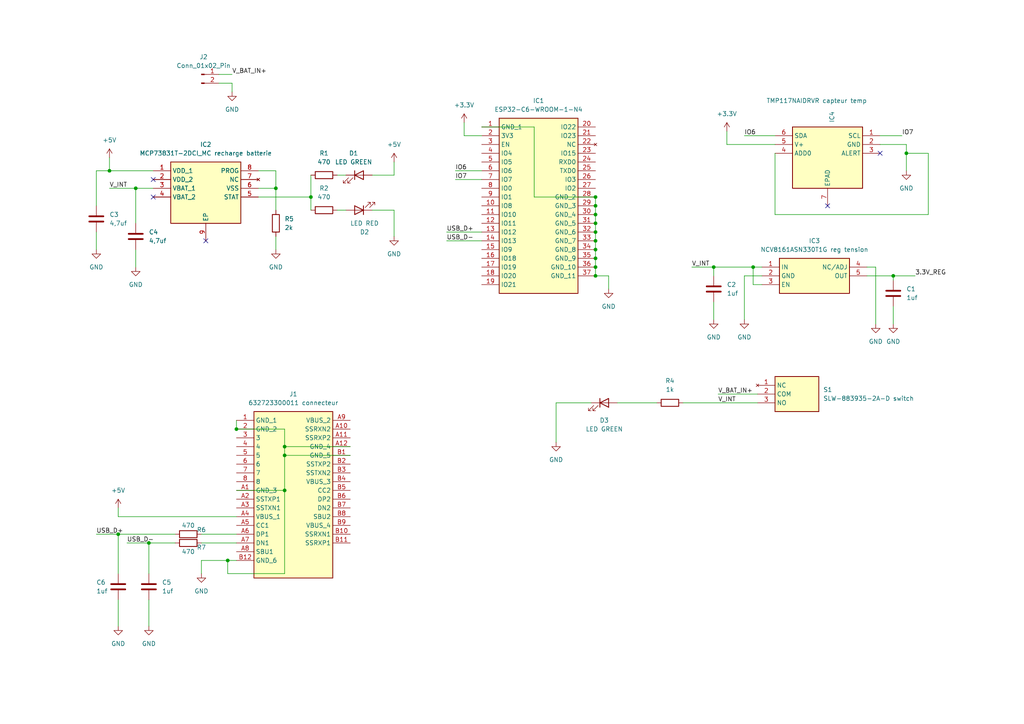
<source format=kicad_sch>
(kicad_sch (version 20230121) (generator eeschema)

  (uuid 4e8477a5-5971-4f96-9789-ccd24fb0890d)

  (paper "A4")

  (lib_symbols
    (symbol "Connector:Conn_01x02_Pin" (pin_names (offset 1.016) hide) (in_bom yes) (on_board yes)
      (property "Reference" "J" (at 0 2.54 0)
        (effects (font (size 1.27 1.27)))
      )
      (property "Value" "Conn_01x02_Pin" (at 0 -5.08 0)
        (effects (font (size 1.27 1.27)))
      )
      (property "Footprint" "" (at 0 0 0)
        (effects (font (size 1.27 1.27)) hide)
      )
      (property "Datasheet" "~" (at 0 0 0)
        (effects (font (size 1.27 1.27)) hide)
      )
      (property "ki_locked" "" (at 0 0 0)
        (effects (font (size 1.27 1.27)))
      )
      (property "ki_keywords" "connector" (at 0 0 0)
        (effects (font (size 1.27 1.27)) hide)
      )
      (property "ki_description" "Generic connector, single row, 01x02, script generated" (at 0 0 0)
        (effects (font (size 1.27 1.27)) hide)
      )
      (property "ki_fp_filters" "Connector*:*_1x??_*" (at 0 0 0)
        (effects (font (size 1.27 1.27)) hide)
      )
      (symbol "Conn_01x02_Pin_1_1"
        (polyline
          (pts
            (xy 1.27 -2.54)
            (xy 0.8636 -2.54)
          )
          (stroke (width 0.1524) (type default))
          (fill (type none))
        )
        (polyline
          (pts
            (xy 1.27 0)
            (xy 0.8636 0)
          )
          (stroke (width 0.1524) (type default))
          (fill (type none))
        )
        (rectangle (start 0.8636 -2.413) (end 0 -2.667)
          (stroke (width 0.1524) (type default))
          (fill (type outline))
        )
        (rectangle (start 0.8636 0.127) (end 0 -0.127)
          (stroke (width 0.1524) (type default))
          (fill (type outline))
        )
        (pin passive line (at 5.08 0 180) (length 3.81)
          (name "Pin_1" (effects (font (size 1.27 1.27))))
          (number "1" (effects (font (size 1.27 1.27))))
        )
        (pin passive line (at 5.08 -2.54 180) (length 3.81)
          (name "Pin_2" (effects (font (size 1.27 1.27))))
          (number "2" (effects (font (size 1.27 1.27))))
        )
      )
    )
    (symbol "Device:C" (pin_numbers hide) (pin_names (offset 0.254)) (in_bom yes) (on_board yes)
      (property "Reference" "C" (at 0.635 2.54 0)
        (effects (font (size 1.27 1.27)) (justify left))
      )
      (property "Value" "C" (at 0.635 -2.54 0)
        (effects (font (size 1.27 1.27)) (justify left))
      )
      (property "Footprint" "" (at 0.9652 -3.81 0)
        (effects (font (size 1.27 1.27)) hide)
      )
      (property "Datasheet" "~" (at 0 0 0)
        (effects (font (size 1.27 1.27)) hide)
      )
      (property "ki_keywords" "cap capacitor" (at 0 0 0)
        (effects (font (size 1.27 1.27)) hide)
      )
      (property "ki_description" "Unpolarized capacitor" (at 0 0 0)
        (effects (font (size 1.27 1.27)) hide)
      )
      (property "ki_fp_filters" "C_*" (at 0 0 0)
        (effects (font (size 1.27 1.27)) hide)
      )
      (symbol "C_0_1"
        (polyline
          (pts
            (xy -2.032 -0.762)
            (xy 2.032 -0.762)
          )
          (stroke (width 0.508) (type default))
          (fill (type none))
        )
        (polyline
          (pts
            (xy -2.032 0.762)
            (xy 2.032 0.762)
          )
          (stroke (width 0.508) (type default))
          (fill (type none))
        )
      )
      (symbol "C_1_1"
        (pin passive line (at 0 3.81 270) (length 2.794)
          (name "~" (effects (font (size 1.27 1.27))))
          (number "1" (effects (font (size 1.27 1.27))))
        )
        (pin passive line (at 0 -3.81 90) (length 2.794)
          (name "~" (effects (font (size 1.27 1.27))))
          (number "2" (effects (font (size 1.27 1.27))))
        )
      )
    )
    (symbol "Device:LED" (pin_numbers hide) (pin_names (offset 1.016) hide) (in_bom yes) (on_board yes)
      (property "Reference" "D" (at 0 2.54 0)
        (effects (font (size 1.27 1.27)))
      )
      (property "Value" "LED" (at 0 -2.54 0)
        (effects (font (size 1.27 1.27)))
      )
      (property "Footprint" "" (at 0 0 0)
        (effects (font (size 1.27 1.27)) hide)
      )
      (property "Datasheet" "~" (at 0 0 0)
        (effects (font (size 1.27 1.27)) hide)
      )
      (property "ki_keywords" "LED diode" (at 0 0 0)
        (effects (font (size 1.27 1.27)) hide)
      )
      (property "ki_description" "Light emitting diode" (at 0 0 0)
        (effects (font (size 1.27 1.27)) hide)
      )
      (property "ki_fp_filters" "LED* LED_SMD:* LED_THT:*" (at 0 0 0)
        (effects (font (size 1.27 1.27)) hide)
      )
      (symbol "LED_0_1"
        (polyline
          (pts
            (xy -1.27 -1.27)
            (xy -1.27 1.27)
          )
          (stroke (width 0.254) (type default))
          (fill (type none))
        )
        (polyline
          (pts
            (xy -1.27 0)
            (xy 1.27 0)
          )
          (stroke (width 0) (type default))
          (fill (type none))
        )
        (polyline
          (pts
            (xy 1.27 -1.27)
            (xy 1.27 1.27)
            (xy -1.27 0)
            (xy 1.27 -1.27)
          )
          (stroke (width 0.254) (type default))
          (fill (type none))
        )
        (polyline
          (pts
            (xy -3.048 -0.762)
            (xy -4.572 -2.286)
            (xy -3.81 -2.286)
            (xy -4.572 -2.286)
            (xy -4.572 -1.524)
          )
          (stroke (width 0) (type default))
          (fill (type none))
        )
        (polyline
          (pts
            (xy -1.778 -0.762)
            (xy -3.302 -2.286)
            (xy -2.54 -2.286)
            (xy -3.302 -2.286)
            (xy -3.302 -1.524)
          )
          (stroke (width 0) (type default))
          (fill (type none))
        )
      )
      (symbol "LED_1_1"
        (pin passive line (at -3.81 0 0) (length 2.54)
          (name "K" (effects (font (size 1.27 1.27))))
          (number "1" (effects (font (size 1.27 1.27))))
        )
        (pin passive line (at 3.81 0 180) (length 2.54)
          (name "A" (effects (font (size 1.27 1.27))))
          (number "2" (effects (font (size 1.27 1.27))))
        )
      )
    )
    (symbol "Device:R" (pin_numbers hide) (pin_names (offset 0)) (in_bom yes) (on_board yes)
      (property "Reference" "R" (at 2.032 0 90)
        (effects (font (size 1.27 1.27)))
      )
      (property "Value" "R" (at 0 0 90)
        (effects (font (size 1.27 1.27)))
      )
      (property "Footprint" "" (at -1.778 0 90)
        (effects (font (size 1.27 1.27)) hide)
      )
      (property "Datasheet" "~" (at 0 0 0)
        (effects (font (size 1.27 1.27)) hide)
      )
      (property "ki_keywords" "R res resistor" (at 0 0 0)
        (effects (font (size 1.27 1.27)) hide)
      )
      (property "ki_description" "Resistor" (at 0 0 0)
        (effects (font (size 1.27 1.27)) hide)
      )
      (property "ki_fp_filters" "R_*" (at 0 0 0)
        (effects (font (size 1.27 1.27)) hide)
      )
      (symbol "R_0_1"
        (rectangle (start -1.016 -2.54) (end 1.016 2.54)
          (stroke (width 0.254) (type default))
          (fill (type none))
        )
      )
      (symbol "R_1_1"
        (pin passive line (at 0 3.81 270) (length 1.27)
          (name "~" (effects (font (size 1.27 1.27))))
          (number "1" (effects (font (size 1.27 1.27))))
        )
        (pin passive line (at 0 -3.81 90) (length 1.27)
          (name "~" (effects (font (size 1.27 1.27))))
          (number "2" (effects (font (size 1.27 1.27))))
        )
      )
    )
    (symbol "librairie_TP1:632723300011" (in_bom yes) (on_board yes)
      (property "Reference" "J" (at 29.21 7.62 0)
        (effects (font (size 1.27 1.27)) (justify left top))
      )
      (property "Value" "632723300011" (at 29.21 5.08 0)
        (effects (font (size 1.27 1.27)) (justify left top))
      )
      (property "Footprint" "632723300011" (at 29.21 -94.92 0)
        (effects (font (size 1.27 1.27)) (justify left top) hide)
      )
      (property "Datasheet" "http://katalog.we-online.de/em/datasheet/632723x00011.pdf" (at 29.21 -194.92 0)
        (effects (font (size 1.27 1.27)) (justify left top) hide)
      )
      (property "Height" "2" (at 29.21 -394.92 0)
        (effects (font (size 1.27 1.27)) (justify left top) hide)
      )
      (property "Mouser Part Number" "710-632723300011" (at 29.21 -494.92 0)
        (effects (font (size 1.27 1.27)) (justify left top) hide)
      )
      (property "Mouser Price/Stock" "https://www.mouser.co.uk/ProductDetail/Wurth-Elektronik/632723300011?qs=NK6InXoXhq4%252B5eM1PePLPg%3D%3D" (at 29.21 -594.92 0)
        (effects (font (size 1.27 1.27)) (justify left top) hide)
      )
      (property "Manufacturer_Name" "Wurth Elektronik" (at 29.21 -694.92 0)
        (effects (font (size 1.27 1.27)) (justify left top) hide)
      )
      (property "Manufacturer_Part_Number" "632723300011" (at 29.21 -794.92 0)
        (effects (font (size 1.27 1.27)) (justify left top) hide)
      )
      (property "ki_description" "USB Connectors WR-COM USB3.1 Type C SuperSpeed+ Rcpt" (at 0 0 0)
        (effects (font (size 1.27 1.27)) hide)
      )
      (symbol "632723300011_1_1"
        (rectangle (start 5.08 2.54) (end 27.94 -45.72)
          (stroke (width 0.254) (type default))
          (fill (type background))
        )
        (pin passive line (at 0 0 0) (length 5.08)
          (name "GND_1" (effects (font (size 1.27 1.27))))
          (number "1" (effects (font (size 1.27 1.27))))
        )
        (pin passive line (at 0 -2.54 0) (length 5.08)
          (name "GND_2" (effects (font (size 1.27 1.27))))
          (number "2" (effects (font (size 1.27 1.27))))
        )
        (pin passive line (at 0 -5.08 0) (length 5.08)
          (name "3" (effects (font (size 1.27 1.27))))
          (number "3" (effects (font (size 1.27 1.27))))
        )
        (pin passive line (at 0 -7.62 0) (length 5.08)
          (name "4" (effects (font (size 1.27 1.27))))
          (number "4" (effects (font (size 1.27 1.27))))
        )
        (pin passive line (at 0 -10.16 0) (length 5.08)
          (name "5" (effects (font (size 1.27 1.27))))
          (number "5" (effects (font (size 1.27 1.27))))
        )
        (pin passive line (at 0 -12.7 0) (length 5.08)
          (name "6" (effects (font (size 1.27 1.27))))
          (number "6" (effects (font (size 1.27 1.27))))
        )
        (pin passive line (at 0 -15.24 0) (length 5.08)
          (name "7" (effects (font (size 1.27 1.27))))
          (number "7" (effects (font (size 1.27 1.27))))
        )
        (pin passive line (at 0 -17.78 0) (length 5.08)
          (name "8" (effects (font (size 1.27 1.27))))
          (number "8" (effects (font (size 1.27 1.27))))
        )
        (pin passive line (at 0 -20.32 0) (length 5.08)
          (name "GND_3" (effects (font (size 1.27 1.27))))
          (number "A1" (effects (font (size 1.27 1.27))))
        )
        (pin passive line (at 33.02 -2.54 180) (length 5.08)
          (name "SSRXN2" (effects (font (size 1.27 1.27))))
          (number "A10" (effects (font (size 1.27 1.27))))
        )
        (pin passive line (at 33.02 -5.08 180) (length 5.08)
          (name "SSRXP2" (effects (font (size 1.27 1.27))))
          (number "A11" (effects (font (size 1.27 1.27))))
        )
        (pin passive line (at 33.02 -7.62 180) (length 5.08)
          (name "GND_4" (effects (font (size 1.27 1.27))))
          (number "A12" (effects (font (size 1.27 1.27))))
        )
        (pin passive line (at 0 -22.86 0) (length 5.08)
          (name "SSTXP1" (effects (font (size 1.27 1.27))))
          (number "A2" (effects (font (size 1.27 1.27))))
        )
        (pin passive line (at 0 -25.4 0) (length 5.08)
          (name "SSTXN1" (effects (font (size 1.27 1.27))))
          (number "A3" (effects (font (size 1.27 1.27))))
        )
        (pin passive line (at 0 -27.94 0) (length 5.08)
          (name "VBUS_1" (effects (font (size 1.27 1.27))))
          (number "A4" (effects (font (size 1.27 1.27))))
        )
        (pin passive line (at 0 -30.48 0) (length 5.08)
          (name "CC1" (effects (font (size 1.27 1.27))))
          (number "A5" (effects (font (size 1.27 1.27))))
        )
        (pin passive line (at 0 -33.02 0) (length 5.08)
          (name "DP1" (effects (font (size 1.27 1.27))))
          (number "A6" (effects (font (size 1.27 1.27))))
        )
        (pin passive line (at 0 -35.56 0) (length 5.08)
          (name "DN1" (effects (font (size 1.27 1.27))))
          (number "A7" (effects (font (size 1.27 1.27))))
        )
        (pin passive line (at 0 -38.1 0) (length 5.08)
          (name "SBU1" (effects (font (size 1.27 1.27))))
          (number "A8" (effects (font (size 1.27 1.27))))
        )
        (pin passive line (at 33.02 0 180) (length 5.08)
          (name "VBUS_2" (effects (font (size 1.27 1.27))))
          (number "A9" (effects (font (size 1.27 1.27))))
        )
        (pin passive line (at 33.02 -10.16 180) (length 5.08)
          (name "GND_5" (effects (font (size 1.27 1.27))))
          (number "B1" (effects (font (size 1.27 1.27))))
        )
        (pin passive line (at 33.02 -33.02 180) (length 5.08)
          (name "SSRXN1" (effects (font (size 1.27 1.27))))
          (number "B10" (effects (font (size 1.27 1.27))))
        )
        (pin passive line (at 33.02 -35.56 180) (length 5.08)
          (name "SSRXP1" (effects (font (size 1.27 1.27))))
          (number "B11" (effects (font (size 1.27 1.27))))
        )
        (pin passive line (at 0 -40.64 0) (length 5.08)
          (name "GND_6" (effects (font (size 1.27 1.27))))
          (number "B12" (effects (font (size 1.27 1.27))))
        )
        (pin passive line (at 33.02 -12.7 180) (length 5.08)
          (name "SSTXP2" (effects (font (size 1.27 1.27))))
          (number "B2" (effects (font (size 1.27 1.27))))
        )
        (pin passive line (at 33.02 -15.24 180) (length 5.08)
          (name "SSTXN2" (effects (font (size 1.27 1.27))))
          (number "B3" (effects (font (size 1.27 1.27))))
        )
        (pin passive line (at 33.02 -17.78 180) (length 5.08)
          (name "VBUS_3" (effects (font (size 1.27 1.27))))
          (number "B4" (effects (font (size 1.27 1.27))))
        )
        (pin passive line (at 33.02 -20.32 180) (length 5.08)
          (name "CC2" (effects (font (size 1.27 1.27))))
          (number "B5" (effects (font (size 1.27 1.27))))
        )
        (pin passive line (at 33.02 -22.86 180) (length 5.08)
          (name "DP2" (effects (font (size 1.27 1.27))))
          (number "B6" (effects (font (size 1.27 1.27))))
        )
        (pin passive line (at 33.02 -25.4 180) (length 5.08)
          (name "DN2" (effects (font (size 1.27 1.27))))
          (number "B7" (effects (font (size 1.27 1.27))))
        )
        (pin passive line (at 33.02 -27.94 180) (length 5.08)
          (name "SBU2" (effects (font (size 1.27 1.27))))
          (number "B8" (effects (font (size 1.27 1.27))))
        )
        (pin passive line (at 33.02 -30.48 180) (length 5.08)
          (name "VBUS_4" (effects (font (size 1.27 1.27))))
          (number "B9" (effects (font (size 1.27 1.27))))
        )
      )
    )
    (symbol "librairie_TP1:ESP32-C6-WROOM-1-N4" (in_bom yes) (on_board yes)
      (property "Reference" "IC" (at 29.21 7.62 0)
        (effects (font (size 1.27 1.27)) (justify left top))
      )
      (property "Value" "ESP32-C6-WROOM-1-N4" (at 29.21 5.08 0)
        (effects (font (size 1.27 1.27)) (justify left top))
      )
      (property "Footprint" "ESP32C6WROOM1N4" (at 29.21 -94.92 0)
        (effects (font (size 1.27 1.27)) (justify left top) hide)
      )
      (property "Datasheet" "https://www.mouser.in/catalog/specsheets/Espressif_ESP32_C6_WROOM_1%20_Datasheet_V0.1_PRELIMINARY_en.pdf" (at 29.21 -194.92 0)
        (effects (font (size 1.27 1.27)) (justify left top) hide)
      )
      (property "Height" "3.25" (at 29.21 -394.92 0)
        (effects (font (size 1.27 1.27)) (justify left top) hide)
      )
      (property "Mouser Part Number" "356-ESP32C6WROOM1N4" (at 29.21 -494.92 0)
        (effects (font (size 1.27 1.27)) (justify left top) hide)
      )
      (property "Mouser Price/Stock" "https://www.mouser.co.uk/ProductDetail/Espressif-Systems/ESP32-C6-WROOM-1-N4?qs=8Wlm6%252BaMh8R1JRAtXlt87w%3D%3D" (at 29.21 -594.92 0)
        (effects (font (size 1.27 1.27)) (justify left top) hide)
      )
      (property "Manufacturer_Name" "Espressif Systems" (at 29.21 -694.92 0)
        (effects (font (size 1.27 1.27)) (justify left top) hide)
      )
      (property "Manufacturer_Part_Number" "ESP32-C6-WROOM-1-N4" (at 29.21 -794.92 0)
        (effects (font (size 1.27 1.27)) (justify left top) hide)
      )
      (property "ki_description" "802.15.4, Bluetooth, WiFi Bluetooth v5.0, Zigbee Transceiver Module 2.4GHz PCB Trace Surface Mount" (at 0 0 0)
        (effects (font (size 1.27 1.27)) hide)
      )
      (symbol "ESP32-C6-WROOM-1-N4_1_1"
        (rectangle (start 5.08 2.54) (end 27.94 -48.26)
          (stroke (width 0.254) (type default))
          (fill (type background))
        )
        (pin passive line (at 0 0 0) (length 5.08)
          (name "GND_1" (effects (font (size 1.27 1.27))))
          (number "1" (effects (font (size 1.27 1.27))))
        )
        (pin passive line (at 0 -22.86 0) (length 5.08)
          (name "IO8" (effects (font (size 1.27 1.27))))
          (number "10" (effects (font (size 1.27 1.27))))
        )
        (pin passive line (at 0 -25.4 0) (length 5.08)
          (name "IO10" (effects (font (size 1.27 1.27))))
          (number "11" (effects (font (size 1.27 1.27))))
        )
        (pin passive line (at 0 -27.94 0) (length 5.08)
          (name "IO11" (effects (font (size 1.27 1.27))))
          (number "12" (effects (font (size 1.27 1.27))))
        )
        (pin passive line (at 0 -30.48 0) (length 5.08)
          (name "IO12" (effects (font (size 1.27 1.27))))
          (number "13" (effects (font (size 1.27 1.27))))
        )
        (pin passive line (at 0 -33.02 0) (length 5.08)
          (name "IO13" (effects (font (size 1.27 1.27))))
          (number "14" (effects (font (size 1.27 1.27))))
        )
        (pin passive line (at 0 -35.56 0) (length 5.08)
          (name "IO9" (effects (font (size 1.27 1.27))))
          (number "15" (effects (font (size 1.27 1.27))))
        )
        (pin passive line (at 0 -38.1 0) (length 5.08)
          (name "IO18" (effects (font (size 1.27 1.27))))
          (number "16" (effects (font (size 1.27 1.27))))
        )
        (pin passive line (at 0 -40.64 0) (length 5.08)
          (name "IO19" (effects (font (size 1.27 1.27))))
          (number "17" (effects (font (size 1.27 1.27))))
        )
        (pin passive line (at 0 -43.18 0) (length 5.08)
          (name "IO20" (effects (font (size 1.27 1.27))))
          (number "18" (effects (font (size 1.27 1.27))))
        )
        (pin passive line (at 0 -45.72 0) (length 5.08)
          (name "IO21" (effects (font (size 1.27 1.27))))
          (number "19" (effects (font (size 1.27 1.27))))
        )
        (pin passive line (at 0 -2.54 0) (length 5.08)
          (name "3V3" (effects (font (size 1.27 1.27))))
          (number "2" (effects (font (size 1.27 1.27))))
        )
        (pin passive line (at 33.02 0 180) (length 5.08)
          (name "IO22" (effects (font (size 1.27 1.27))))
          (number "20" (effects (font (size 1.27 1.27))))
        )
        (pin passive line (at 33.02 -2.54 180) (length 5.08)
          (name "IO23" (effects (font (size 1.27 1.27))))
          (number "21" (effects (font (size 1.27 1.27))))
        )
        (pin no_connect line (at 33.02 -5.08 180) (length 5.08)
          (name "NC" (effects (font (size 1.27 1.27))))
          (number "22" (effects (font (size 1.27 1.27))))
        )
        (pin passive line (at 33.02 -7.62 180) (length 5.08)
          (name "IO15" (effects (font (size 1.27 1.27))))
          (number "23" (effects (font (size 1.27 1.27))))
        )
        (pin passive line (at 33.02 -10.16 180) (length 5.08)
          (name "RXD0" (effects (font (size 1.27 1.27))))
          (number "24" (effects (font (size 1.27 1.27))))
        )
        (pin passive line (at 33.02 -12.7 180) (length 5.08)
          (name "TXD0" (effects (font (size 1.27 1.27))))
          (number "25" (effects (font (size 1.27 1.27))))
        )
        (pin passive line (at 33.02 -15.24 180) (length 5.08)
          (name "IO3" (effects (font (size 1.27 1.27))))
          (number "26" (effects (font (size 1.27 1.27))))
        )
        (pin passive line (at 33.02 -17.78 180) (length 5.08)
          (name "IO2" (effects (font (size 1.27 1.27))))
          (number "27" (effects (font (size 1.27 1.27))))
        )
        (pin passive line (at 33.02 -20.32 180) (length 5.08)
          (name "GND_2" (effects (font (size 1.27 1.27))))
          (number "28" (effects (font (size 1.27 1.27))))
        )
        (pin passive line (at 33.02 -22.86 180) (length 5.08)
          (name "GND_3" (effects (font (size 1.27 1.27))))
          (number "29" (effects (font (size 1.27 1.27))))
        )
        (pin passive line (at 0 -5.08 0) (length 5.08)
          (name "EN" (effects (font (size 1.27 1.27))))
          (number "3" (effects (font (size 1.27 1.27))))
        )
        (pin passive line (at 33.02 -25.4 180) (length 5.08)
          (name "GND_4" (effects (font (size 1.27 1.27))))
          (number "30" (effects (font (size 1.27 1.27))))
        )
        (pin passive line (at 33.02 -27.94 180) (length 5.08)
          (name "GND_5" (effects (font (size 1.27 1.27))))
          (number "31" (effects (font (size 1.27 1.27))))
        )
        (pin passive line (at 33.02 -30.48 180) (length 5.08)
          (name "GND_6" (effects (font (size 1.27 1.27))))
          (number "32" (effects (font (size 1.27 1.27))))
        )
        (pin passive line (at 33.02 -33.02 180) (length 5.08)
          (name "GND_7" (effects (font (size 1.27 1.27))))
          (number "33" (effects (font (size 1.27 1.27))))
        )
        (pin passive line (at 33.02 -35.56 180) (length 5.08)
          (name "GND_8" (effects (font (size 1.27 1.27))))
          (number "34" (effects (font (size 1.27 1.27))))
        )
        (pin passive line (at 33.02 -38.1 180) (length 5.08)
          (name "GND_9" (effects (font (size 1.27 1.27))))
          (number "35" (effects (font (size 1.27 1.27))))
        )
        (pin passive line (at 33.02 -40.64 180) (length 5.08)
          (name "GND_10" (effects (font (size 1.27 1.27))))
          (number "36" (effects (font (size 1.27 1.27))))
        )
        (pin passive line (at 33.02 -43.18 180) (length 5.08)
          (name "GND_11" (effects (font (size 1.27 1.27))))
          (number "37" (effects (font (size 1.27 1.27))))
        )
        (pin passive line (at 0 -7.62 0) (length 5.08)
          (name "IO4" (effects (font (size 1.27 1.27))))
          (number "4" (effects (font (size 1.27 1.27))))
        )
        (pin passive line (at 0 -10.16 0) (length 5.08)
          (name "IO5" (effects (font (size 1.27 1.27))))
          (number "5" (effects (font (size 1.27 1.27))))
        )
        (pin passive line (at 0 -12.7 0) (length 5.08)
          (name "IO6" (effects (font (size 1.27 1.27))))
          (number "6" (effects (font (size 1.27 1.27))))
        )
        (pin passive line (at 0 -15.24 0) (length 5.08)
          (name "IO7" (effects (font (size 1.27 1.27))))
          (number "7" (effects (font (size 1.27 1.27))))
        )
        (pin passive line (at 0 -17.78 0) (length 5.08)
          (name "IO0" (effects (font (size 1.27 1.27))))
          (number "8" (effects (font (size 1.27 1.27))))
        )
        (pin passive line (at 0 -20.32 0) (length 5.08)
          (name "IO1" (effects (font (size 1.27 1.27))))
          (number "9" (effects (font (size 1.27 1.27))))
        )
      )
    )
    (symbol "librairie_TP1:MCP73831T-2DCI_MC" (in_bom yes) (on_board yes)
      (property "Reference" "IC" (at 26.67 7.62 0)
        (effects (font (size 1.27 1.27)) (justify left top))
      )
      (property "Value" "MCP73831T-2DCI_MC" (at 26.67 5.08 0)
        (effects (font (size 1.27 1.27)) (justify left top))
      )
      (property "Footprint" "SON50P300X200X100-9N-D" (at 26.67 -94.92 0)
        (effects (font (size 1.27 1.27)) (justify left top) hide)
      )
      (property "Datasheet" "https://ww1.microchip.com/downloads/en/DeviceDoc/MCP73831-Family-Data-Sheet-DS20001984H.pdf" (at 26.67 -194.92 0)
        (effects (font (size 1.27 1.27)) (justify left top) hide)
      )
      (property "Height" "1" (at 26.67 -394.92 0)
        (effects (font (size 1.27 1.27)) (justify left top) hide)
      )
      (property "Mouser Part Number" "579-MCP73831T-2DCIMC" (at 26.67 -494.92 0)
        (effects (font (size 1.27 1.27)) (justify left top) hide)
      )
      (property "Mouser Price/Stock" "https://www.mouser.co.uk/ProductDetail/Microchip-Technology/MCP73831T-2DCI-MC?qs=yUQqVecv4quLSAZc9rHezQ%3D%3D" (at 26.67 -594.92 0)
        (effects (font (size 1.27 1.27)) (justify left top) hide)
      )
      (property "Manufacturer_Name" "Microchip" (at 26.67 -694.92 0)
        (effects (font (size 1.27 1.27)) (justify left top) hide)
      )
      (property "Manufacturer_Part_Number" "MCP73831T-2DCI/MC" (at 26.67 -794.92 0)
        (effects (font (size 1.27 1.27)) (justify left top) hide)
      )
      (property "ki_description" "Battery Management Charge mgnt contr" (at 0 0 0)
        (effects (font (size 1.27 1.27)) hide)
      )
      (symbol "MCP73831T-2DCI_MC_1_1"
        (rectangle (start 5.08 2.54) (end 25.4 -15.24)
          (stroke (width 0.254) (type default))
          (fill (type background))
        )
        (pin passive line (at 0 0 0) (length 5.08)
          (name "VDD_1" (effects (font (size 1.27 1.27))))
          (number "1" (effects (font (size 1.27 1.27))))
        )
        (pin passive line (at 0 -2.54 0) (length 5.08)
          (name "VDD_2" (effects (font (size 1.27 1.27))))
          (number "2" (effects (font (size 1.27 1.27))))
        )
        (pin passive line (at 0 -5.08 0) (length 5.08)
          (name "VBAT_1" (effects (font (size 1.27 1.27))))
          (number "3" (effects (font (size 1.27 1.27))))
        )
        (pin passive line (at 0 -7.62 0) (length 5.08)
          (name "VBAT_2" (effects (font (size 1.27 1.27))))
          (number "4" (effects (font (size 1.27 1.27))))
        )
        (pin passive line (at 30.48 -7.62 180) (length 5.08)
          (name "STAT" (effects (font (size 1.27 1.27))))
          (number "5" (effects (font (size 1.27 1.27))))
        )
        (pin passive line (at 30.48 -5.08 180) (length 5.08)
          (name "VSS" (effects (font (size 1.27 1.27))))
          (number "6" (effects (font (size 1.27 1.27))))
        )
        (pin no_connect line (at 30.48 -2.54 180) (length 5.08)
          (name "NC" (effects (font (size 1.27 1.27))))
          (number "7" (effects (font (size 1.27 1.27))))
        )
        (pin passive line (at 30.48 0 180) (length 5.08)
          (name "PROG" (effects (font (size 1.27 1.27))))
          (number "8" (effects (font (size 1.27 1.27))))
        )
        (pin passive line (at 15.24 -20.32 90) (length 5.08)
          (name "EP" (effects (font (size 1.27 1.27))))
          (number "9" (effects (font (size 1.27 1.27))))
        )
      )
    )
    (symbol "librairie_TP1:NCV8161ASN330T1G" (in_bom yes) (on_board yes)
      (property "Reference" "IC" (at 26.67 7.62 0)
        (effects (font (size 1.27 1.27)) (justify left top))
      )
      (property "Value" "NCV8161ASN330T1G" (at 26.67 5.08 0)
        (effects (font (size 1.27 1.27)) (justify left top))
      )
      (property "Footprint" "SOT95P275X110-5N" (at 26.67 -94.92 0)
        (effects (font (size 1.27 1.27)) (justify left top) hide)
      )
      (property "Datasheet" "http://www.onsemi.com/pub/Collateral/NCV8161-D.PDF" (at 26.67 -194.92 0)
        (effects (font (size 1.27 1.27)) (justify left top) hide)
      )
      (property "Height" "1.1" (at 26.67 -394.92 0)
        (effects (font (size 1.27 1.27)) (justify left top) hide)
      )
      (property "Mouser Part Number" "863-NCV8161ASN330T1G" (at 26.67 -494.92 0)
        (effects (font (size 1.27 1.27)) (justify left top) hide)
      )
      (property "Mouser Price/Stock" "https://www.mouser.co.uk/ProductDetail/onsemi/NCV8161ASN330T1G?qs=5aG0NVq1C4yOBUQBm2j8%252Bg%3D%3D" (at 26.67 -594.92 0)
        (effects (font (size 1.27 1.27)) (justify left top) hide)
      )
      (property "Manufacturer_Name" "onsemi" (at 26.67 -694.92 0)
        (effects (font (size 1.27 1.27)) (justify left top) hide)
      )
      (property "Manufacturer_Part_Number" "NCV8161ASN330T1G" (at 26.67 -794.92 0)
        (effects (font (size 1.27 1.27)) (justify left top) hide)
      )
      (property "ki_description" "450 mA, Ultra-Low Noise and High PSRR LDO Regulator for RF and Analog Circuits 3.3V, Active Discharge, TSOP-5" (at 0 0 0)
        (effects (font (size 1.27 1.27)) hide)
      )
      (symbol "NCV8161ASN330T1G_1_1"
        (rectangle (start 5.08 2.54) (end 25.4 -7.62)
          (stroke (width 0.254) (type default))
          (fill (type background))
        )
        (pin passive line (at 0 0 0) (length 5.08)
          (name "IN" (effects (font (size 1.27 1.27))))
          (number "1" (effects (font (size 1.27 1.27))))
        )
        (pin passive line (at 0 -2.54 0) (length 5.08)
          (name "GND" (effects (font (size 1.27 1.27))))
          (number "2" (effects (font (size 1.27 1.27))))
        )
        (pin passive line (at 0 -5.08 0) (length 5.08)
          (name "EN" (effects (font (size 1.27 1.27))))
          (number "3" (effects (font (size 1.27 1.27))))
        )
        (pin passive line (at 30.48 0 180) (length 5.08)
          (name "NC/ADJ" (effects (font (size 1.27 1.27))))
          (number "4" (effects (font (size 1.27 1.27))))
        )
        (pin passive line (at 30.48 -2.54 180) (length 5.08)
          (name "OUT" (effects (font (size 1.27 1.27))))
          (number "5" (effects (font (size 1.27 1.27))))
        )
      )
    )
    (symbol "librairie_TP1:SLW-883935-2A-D" (in_bom yes) (on_board yes)
      (property "Reference" "S" (at 19.05 7.62 0)
        (effects (font (size 1.27 1.27)) (justify left top))
      )
      (property "Value" "SLW-883935-2A-D" (at 19.05 5.08 0)
        (effects (font (size 1.27 1.27)) (justify left top))
      )
      (property "Footprint" "SLW8839352AD" (at 19.05 -94.92 0)
        (effects (font (size 1.27 1.27)) (justify left top) hide)
      )
      (property "Datasheet" "https://www.cuidevices.com/product/resource/pdf/slw-883935-2a-d.pdf" (at 19.05 -194.92 0)
        (effects (font (size 1.27 1.27)) (justify left top) hide)
      )
      (property "Height" "6.1" (at 19.05 -394.92 0)
        (effects (font (size 1.27 1.27)) (justify left top) hide)
      )
      (property "Mouser Part Number" "179-SLW-883935-2A-D" (at 19.05 -494.92 0)
        (effects (font (size 1.27 1.27)) (justify left top) hide)
      )
      (property "Mouser Price/Stock" "https://www.mouser.co.uk/ProductDetail/CUI-Devices/SLW-883935-2A-D?qs=1Kr7Jg1SGW%2Fv9j8ky6fn%2FQ%3D%3D" (at 19.05 -594.92 0)
        (effects (font (size 1.27 1.27)) (justify left top) hide)
      )
      (property "Manufacturer_Name" "CUI Devices" (at 19.05 -694.92 0)
        (effects (font (size 1.27 1.27)) (justify left top) hide)
      )
      (property "Manufacturer_Part_Number" "SLW-883935-2A-D" (at 19.05 -794.92 0)
        (effects (font (size 1.27 1.27)) (justify left top) hide)
      )
      (property "ki_description" "Slide Switches 8.8 x 3.9 x 3.5 mm, 2 mm Raised Slide Actuator, Right-Angle, Through Hole" (at 0 0 0)
        (effects (font (size 1.27 1.27)) hide)
      )
      (symbol "SLW-883935-2A-D_1_1"
        (rectangle (start 5.08 2.54) (end 17.78 -7.62)
          (stroke (width 0.254) (type default))
          (fill (type background))
        )
        (pin no_connect line (at 0 0 0) (length 5.08)
          (name "NC" (effects (font (size 1.27 1.27))))
          (number "1" (effects (font (size 1.27 1.27))))
        )
        (pin passive line (at 0 -2.54 0) (length 5.08)
          (name "COM" (effects (font (size 1.27 1.27))))
          (number "2" (effects (font (size 1.27 1.27))))
        )
        (pin passive line (at 0 -5.08 0) (length 5.08)
          (name "NO" (effects (font (size 1.27 1.27))))
          (number "3" (effects (font (size 1.27 1.27))))
        )
      )
    )
    (symbol "librairie_TP1:TMP117NAIDRVR" (in_bom yes) (on_board yes)
      (property "Reference" "IC" (at 26.67 7.62 0)
        (effects (font (size 1.27 1.27)) (justify left top))
      )
      (property "Value" "TMP117NAIDRVR" (at 26.67 5.08 0)
        (effects (font (size 1.27 1.27)) (justify left top))
      )
      (property "Footprint" "SON65P200X200X80-7N" (at 26.67 -94.92 0)
        (effects (font (size 1.27 1.27)) (justify left top) hide)
      )
      (property "Datasheet" "http://www.ti.com/lit/gpn/tmp117" (at 26.67 -194.92 0)
        (effects (font (size 1.27 1.27)) (justify left top) hide)
      )
      (property "Height" "0.8" (at 26.67 -394.92 0)
        (effects (font (size 1.27 1.27)) (justify left top) hide)
      )
      (property "Mouser Part Number" "595-TMP117NAIDRVR" (at 26.67 -494.92 0)
        (effects (font (size 1.27 1.27)) (justify left top) hide)
      )
      (property "Mouser Price/Stock" "https://www.mouser.co.uk/ProductDetail/Texas-Instruments/TMP117NAIDRVR?qs=qSfuJ%252Bfl%2Fd51FgClPJTgfg%3D%3D" (at 26.67 -594.92 0)
        (effects (font (size 1.27 1.27)) (justify left top) hide)
      )
      (property "Manufacturer_Name" "Texas Instruments" (at 26.67 -694.92 0)
        (effects (font (size 1.27 1.27)) (justify left top) hide)
      )
      (property "Manufacturer_Part_Number" "TMP117NAIDRVR" (at 26.67 -794.92 0)
        (effects (font (size 1.27 1.27)) (justify left top) hide)
      )
      (property "ki_description" "+/-0.1C Accurate Digital Temperature Sensor with Integrated NV Memory" (at 0 0 0)
        (effects (font (size 1.27 1.27)) hide)
      )
      (symbol "TMP117NAIDRVR_1_1"
        (rectangle (start 5.08 2.54) (end 25.4 -15.24)
          (stroke (width 0.254) (type default))
          (fill (type background))
        )
        (pin passive line (at 0 0 0) (length 5.08)
          (name "SCL" (effects (font (size 1.27 1.27))))
          (number "1" (effects (font (size 1.27 1.27))))
        )
        (pin passive line (at 0 -2.54 0) (length 5.08)
          (name "GND" (effects (font (size 1.27 1.27))))
          (number "2" (effects (font (size 1.27 1.27))))
        )
        (pin passive line (at 0 -5.08 0) (length 5.08)
          (name "ALERT" (effects (font (size 1.27 1.27))))
          (number "3" (effects (font (size 1.27 1.27))))
        )
        (pin passive line (at 30.48 -5.08 180) (length 5.08)
          (name "ADD0" (effects (font (size 1.27 1.27))))
          (number "4" (effects (font (size 1.27 1.27))))
        )
        (pin passive line (at 30.48 -2.54 180) (length 5.08)
          (name "V+" (effects (font (size 1.27 1.27))))
          (number "5" (effects (font (size 1.27 1.27))))
        )
        (pin passive line (at 30.48 0 180) (length 5.08)
          (name "SDA" (effects (font (size 1.27 1.27))))
          (number "6" (effects (font (size 1.27 1.27))))
        )
        (pin passive line (at 15.24 -20.32 90) (length 5.08)
          (name "EPAD" (effects (font (size 1.27 1.27))))
          (number "7" (effects (font (size 1.27 1.27))))
        )
      )
    )
    (symbol "power:+3.3V" (power) (pin_names (offset 0)) (in_bom yes) (on_board yes)
      (property "Reference" "#PWR" (at 0 -3.81 0)
        (effects (font (size 1.27 1.27)) hide)
      )
      (property "Value" "+3.3V" (at 0 3.556 0)
        (effects (font (size 1.27 1.27)))
      )
      (property "Footprint" "" (at 0 0 0)
        (effects (font (size 1.27 1.27)) hide)
      )
      (property "Datasheet" "" (at 0 0 0)
        (effects (font (size 1.27 1.27)) hide)
      )
      (property "ki_keywords" "global power" (at 0 0 0)
        (effects (font (size 1.27 1.27)) hide)
      )
      (property "ki_description" "Power symbol creates a global label with name \"+3.3V\"" (at 0 0 0)
        (effects (font (size 1.27 1.27)) hide)
      )
      (symbol "+3.3V_0_1"
        (polyline
          (pts
            (xy -0.762 1.27)
            (xy 0 2.54)
          )
          (stroke (width 0) (type default))
          (fill (type none))
        )
        (polyline
          (pts
            (xy 0 0)
            (xy 0 2.54)
          )
          (stroke (width 0) (type default))
          (fill (type none))
        )
        (polyline
          (pts
            (xy 0 2.54)
            (xy 0.762 1.27)
          )
          (stroke (width 0) (type default))
          (fill (type none))
        )
      )
      (symbol "+3.3V_1_1"
        (pin power_in line (at 0 0 90) (length 0) hide
          (name "+3.3V" (effects (font (size 1.27 1.27))))
          (number "1" (effects (font (size 1.27 1.27))))
        )
      )
    )
    (symbol "power:+5V" (power) (pin_names (offset 0)) (in_bom yes) (on_board yes)
      (property "Reference" "#PWR" (at 0 -3.81 0)
        (effects (font (size 1.27 1.27)) hide)
      )
      (property "Value" "+5V" (at 0 3.556 0)
        (effects (font (size 1.27 1.27)))
      )
      (property "Footprint" "" (at 0 0 0)
        (effects (font (size 1.27 1.27)) hide)
      )
      (property "Datasheet" "" (at 0 0 0)
        (effects (font (size 1.27 1.27)) hide)
      )
      (property "ki_keywords" "global power" (at 0 0 0)
        (effects (font (size 1.27 1.27)) hide)
      )
      (property "ki_description" "Power symbol creates a global label with name \"+5V\"" (at 0 0 0)
        (effects (font (size 1.27 1.27)) hide)
      )
      (symbol "+5V_0_1"
        (polyline
          (pts
            (xy -0.762 1.27)
            (xy 0 2.54)
          )
          (stroke (width 0) (type default))
          (fill (type none))
        )
        (polyline
          (pts
            (xy 0 0)
            (xy 0 2.54)
          )
          (stroke (width 0) (type default))
          (fill (type none))
        )
        (polyline
          (pts
            (xy 0 2.54)
            (xy 0.762 1.27)
          )
          (stroke (width 0) (type default))
          (fill (type none))
        )
      )
      (symbol "+5V_1_1"
        (pin power_in line (at 0 0 90) (length 0) hide
          (name "+5V" (effects (font (size 1.27 1.27))))
          (number "1" (effects (font (size 1.27 1.27))))
        )
      )
    )
    (symbol "power:GND" (power) (pin_names (offset 0)) (in_bom yes) (on_board yes)
      (property "Reference" "#PWR" (at 0 -6.35 0)
        (effects (font (size 1.27 1.27)) hide)
      )
      (property "Value" "GND" (at 0 -3.81 0)
        (effects (font (size 1.27 1.27)))
      )
      (property "Footprint" "" (at 0 0 0)
        (effects (font (size 1.27 1.27)) hide)
      )
      (property "Datasheet" "" (at 0 0 0)
        (effects (font (size 1.27 1.27)) hide)
      )
      (property "ki_keywords" "global power" (at 0 0 0)
        (effects (font (size 1.27 1.27)) hide)
      )
      (property "ki_description" "Power symbol creates a global label with name \"GND\" , ground" (at 0 0 0)
        (effects (font (size 1.27 1.27)) hide)
      )
      (symbol "GND_0_1"
        (polyline
          (pts
            (xy 0 0)
            (xy 0 -1.27)
            (xy 1.27 -1.27)
            (xy 0 -2.54)
            (xy -1.27 -1.27)
            (xy 0 -1.27)
          )
          (stroke (width 0) (type default))
          (fill (type none))
        )
      )
      (symbol "GND_1_1"
        (pin power_in line (at 0 0 270) (length 0) hide
          (name "GND" (effects (font (size 1.27 1.27))))
          (number "1" (effects (font (size 1.27 1.27))))
        )
      )
    )
  )

  (junction (at 172.72 74.93) (diameter 0) (color 0 0 0 0)
    (uuid 0b67e004-96c0-448e-8f04-811a2dc43e40)
  )
  (junction (at 172.72 77.47) (diameter 0) (color 0 0 0 0)
    (uuid 3911eb99-4a2f-4cc1-a89b-92518a7e5808)
  )
  (junction (at 172.72 67.31) (diameter 0) (color 0 0 0 0)
    (uuid 3c6aece9-d224-48ad-a9cf-083e82a236db)
  )
  (junction (at 90.17 57.15) (diameter 0) (color 0 0 0 0)
    (uuid 42fdb467-8ff8-498c-8e1e-6672031210a3)
  )
  (junction (at 207.01 77.47) (diameter 0) (color 0 0 0 0)
    (uuid 4452976f-6cb0-41c2-8888-9c0e9cf2276d)
  )
  (junction (at 172.72 62.23) (diameter 0) (color 0 0 0 0)
    (uuid 4a6dc9a0-9ca5-4eed-99fa-db6e1e83b255)
  )
  (junction (at 218.44 77.47) (diameter 0) (color 0 0 0 0)
    (uuid 5e711bb3-2ffb-4f3f-a87c-142f06ea53f4)
  )
  (junction (at 82.55 142.24) (diameter 0) (color 0 0 0 0)
    (uuid 5f0cb350-8f61-40d4-92ce-943c183e2c9d)
  )
  (junction (at 82.55 132.08) (diameter 0) (color 0 0 0 0)
    (uuid 60fe3e50-8415-4c19-9bea-c844cfc712cb)
  )
  (junction (at 259.08 80.01) (diameter 0) (color 0 0 0 0)
    (uuid 6d561b46-b170-49d8-9eaa-8810e66c7298)
  )
  (junction (at 172.72 57.15) (diameter 0) (color 0 0 0 0)
    (uuid 72d83bf4-069a-4094-9f6b-7726616f1567)
  )
  (junction (at 172.72 72.39) (diameter 0) (color 0 0 0 0)
    (uuid 7927e06e-ca5f-41e5-a192-967db197c02e)
  )
  (junction (at 39.37 54.61) (diameter 0) (color 0 0 0 0)
    (uuid 8a5fd22d-cd45-40b9-afe9-0d3c7c29f4b0)
  )
  (junction (at 34.29 154.94) (diameter 0) (color 0 0 0 0)
    (uuid 8bcf8c81-3ab5-443d-802d-bf6f0530cfcd)
  )
  (junction (at 262.89 44.45) (diameter 0) (color 0 0 0 0)
    (uuid 99db2c10-22d5-4960-a8f9-7bf2c92e11eb)
  )
  (junction (at 31.75 49.53) (diameter 0) (color 0 0 0 0)
    (uuid a19a8508-ddfe-4dba-b430-e71dc898e03b)
  )
  (junction (at 172.72 69.85) (diameter 0) (color 0 0 0 0)
    (uuid a8e70fea-f78a-4073-900d-741b50f9bf2b)
  )
  (junction (at 68.58 124.46) (diameter 0) (color 0 0 0 0)
    (uuid ae3090bf-278b-4820-8ac7-4116c3739ec6)
  )
  (junction (at 80.01 54.61) (diameter 0) (color 0 0 0 0)
    (uuid b51b65e3-5ee3-4541-9d6c-1c6397afdc36)
  )
  (junction (at 43.18 157.48) (diameter 0) (color 0 0 0 0)
    (uuid b75fec4c-c074-4a93-bfba-2e5430bd632f)
  )
  (junction (at 172.72 64.77) (diameter 0) (color 0 0 0 0)
    (uuid d75f6ba2-b248-4a93-852f-563fe1694e2a)
  )
  (junction (at 172.72 59.69) (diameter 0) (color 0 0 0 0)
    (uuid df933432-d8fa-4503-8e91-b90f8252d91c)
  )
  (junction (at 172.72 80.01) (diameter 0) (color 0 0 0 0)
    (uuid ed6ee2a9-115e-491c-85b9-19efd739d9aa)
  )
  (junction (at 82.55 129.54) (diameter 0) (color 0 0 0 0)
    (uuid efd319f3-daab-44c6-b8d4-f9abcdbc63c1)
  )
  (junction (at 66.04 162.56) (diameter 0) (color 0 0 0 0)
    (uuid f1416f3e-1f1e-44df-9a65-4ca96151ef90)
  )

  (no_connect (at 255.27 44.45) (uuid 03144c50-9fb4-4039-908f-dbc10f658927))
  (no_connect (at 44.45 52.07) (uuid 08803e37-4d2e-4d95-b37d-9907cf5b89ba))
  (no_connect (at 240.03 59.69) (uuid 5e913065-a5c6-457b-a36a-10bc65fb8bc9))
  (no_connect (at 44.45 57.15) (uuid 6f4fe56a-f6c9-4ced-9c0b-656e4e9440e7))
  (no_connect (at 59.69 69.85) (uuid 79e6e72b-06f8-4308-95d5-f2f55239d273))

  (wire (pts (xy 68.58 149.86) (xy 34.29 149.86))
    (stroke (width 0) (type default))
    (uuid 00a39aa1-99a6-44f6-a9b5-e84a9564af27)
  )
  (wire (pts (xy 172.72 77.47) (xy 172.72 80.01))
    (stroke (width 0) (type default))
    (uuid 03b34204-5687-47ed-844f-6a2b1a353d3d)
  )
  (wire (pts (xy 218.44 82.55) (xy 218.44 77.47))
    (stroke (width 0) (type default))
    (uuid 0b4ec35f-ddad-49a4-a608-21462e4c84ec)
  )
  (wire (pts (xy 132.08 52.07) (xy 139.7 52.07))
    (stroke (width 0) (type default))
    (uuid 0e1e16f1-8a9e-4c21-9765-79686ba88009)
  )
  (wire (pts (xy 31.75 54.61) (xy 39.37 54.61))
    (stroke (width 0) (type default))
    (uuid 11fb308d-abf8-417c-95cd-d4842d7285e7)
  )
  (wire (pts (xy 154.94 36.83) (xy 154.94 57.15))
    (stroke (width 0) (type default))
    (uuid 132fdea0-556d-48c1-8573-67a478b5a0d3)
  )
  (wire (pts (xy 39.37 54.61) (xy 44.45 54.61))
    (stroke (width 0) (type default))
    (uuid 16d102f8-ada3-487b-adcb-e26157ce5161)
  )
  (wire (pts (xy 251.46 77.47) (xy 254 77.47))
    (stroke (width 0) (type default))
    (uuid 1765de16-d8cd-479a-86a3-c72d6b2835e6)
  )
  (wire (pts (xy 200.66 77.47) (xy 207.01 77.47))
    (stroke (width 0) (type default))
    (uuid 1d19f5eb-296a-46bb-9453-45d26fc994b6)
  )
  (wire (pts (xy 215.9 39.37) (xy 224.79 39.37))
    (stroke (width 0) (type default))
    (uuid 1d29f7ea-e3c4-4c1d-8ee3-9e0a68e11056)
  )
  (wire (pts (xy 172.72 67.31) (xy 172.72 69.85))
    (stroke (width 0) (type default))
    (uuid 223798f7-5a1f-4337-991d-fd257f4f29e4)
  )
  (wire (pts (xy 172.72 57.15) (xy 172.72 59.69))
    (stroke (width 0) (type default))
    (uuid 2ad2452f-b27a-444f-881f-13672166b68b)
  )
  (wire (pts (xy 215.9 80.01) (xy 215.9 92.71))
    (stroke (width 0) (type default))
    (uuid 2d1fb0c0-c3d8-488a-865e-2c9740452d96)
  )
  (wire (pts (xy 207.01 77.47) (xy 218.44 77.47))
    (stroke (width 0) (type default))
    (uuid 2d35d3aa-90ba-42b4-9315-b2ca6c6f427a)
  )
  (wire (pts (xy 224.79 62.23) (xy 269.24 62.23))
    (stroke (width 0) (type default))
    (uuid 2e63bdd4-a9f3-4247-af8c-f27ba7875885)
  )
  (wire (pts (xy 210.82 41.91) (xy 210.82 38.1))
    (stroke (width 0) (type default))
    (uuid 2f6b617a-9ad8-44b1-bf22-f1affa6bdfd3)
  )
  (wire (pts (xy 107.95 50.8) (xy 114.3 50.8))
    (stroke (width 0) (type default))
    (uuid 32f99817-41b8-45d9-8781-cf32539e3570)
  )
  (wire (pts (xy 198.12 116.84) (xy 219.71 116.84))
    (stroke (width 0) (type default))
    (uuid 3353e00c-371b-4287-b4ae-17bf674af257)
  )
  (wire (pts (xy 269.24 62.23) (xy 269.24 44.45))
    (stroke (width 0) (type default))
    (uuid 342db93f-d356-4089-b12b-aa2a2caff1e0)
  )
  (wire (pts (xy 254 77.47) (xy 254 93.98))
    (stroke (width 0) (type default))
    (uuid 34458430-cc0a-4724-8202-ae7aa317db4a)
  )
  (wire (pts (xy 67.31 24.13) (xy 63.5 24.13))
    (stroke (width 0) (type default))
    (uuid 3675b6f3-3c63-4a72-b8b4-b75df4f36c11)
  )
  (wire (pts (xy 82.55 124.46) (xy 82.55 129.54))
    (stroke (width 0) (type default))
    (uuid 38290ef9-b747-49c4-9e66-0995aa6320cc)
  )
  (wire (pts (xy 139.7 39.37) (xy 134.62 39.37))
    (stroke (width 0) (type default))
    (uuid 386a97fe-928f-4955-8e58-8d41fdf20ab3)
  )
  (wire (pts (xy 39.37 64.77) (xy 39.37 54.61))
    (stroke (width 0) (type default))
    (uuid 40d37c89-2726-4ce6-9930-b90e64a50a8f)
  )
  (wire (pts (xy 58.42 154.94) (xy 68.58 154.94))
    (stroke (width 0) (type default))
    (uuid 421cac50-75ac-4755-bdf3-7dc84a72dc35)
  )
  (wire (pts (xy 66.04 162.56) (xy 58.42 162.56))
    (stroke (width 0) (type default))
    (uuid 423076cf-ac3e-47be-b4ec-5ba17989cce4)
  )
  (wire (pts (xy 82.55 129.54) (xy 82.55 132.08))
    (stroke (width 0) (type default))
    (uuid 447ec6db-eabd-46cc-8049-a0a05153d5dc)
  )
  (wire (pts (xy 58.42 157.48) (xy 68.58 157.48))
    (stroke (width 0) (type default))
    (uuid 52197f26-9922-4b8e-99ed-9facdef0e864)
  )
  (wire (pts (xy 129.54 69.85) (xy 139.7 69.85))
    (stroke (width 0) (type default))
    (uuid 5292a9e3-6ee1-421b-9e7f-7c320f5bbb0b)
  )
  (wire (pts (xy 207.01 80.01) (xy 207.01 77.47))
    (stroke (width 0) (type default))
    (uuid 543d9364-abb7-479f-8a18-f9d7136e9fd5)
  )
  (wire (pts (xy 208.28 114.3) (xy 219.71 114.3))
    (stroke (width 0) (type default))
    (uuid 5450a51a-7486-4b27-853c-9ea774c3868b)
  )
  (wire (pts (xy 262.89 41.91) (xy 262.89 44.45))
    (stroke (width 0) (type default))
    (uuid 5666f877-243d-4b9b-a959-35cb441d23ad)
  )
  (wire (pts (xy 97.79 60.96) (xy 100.33 60.96))
    (stroke (width 0) (type default))
    (uuid 5937f74b-2f4c-4ac0-8f17-6ed079d114ba)
  )
  (wire (pts (xy 224.79 41.91) (xy 210.82 41.91))
    (stroke (width 0) (type default))
    (uuid 5b76a04e-687c-401e-badc-2ad38dd5edc2)
  )
  (wire (pts (xy 43.18 173.99) (xy 43.18 181.61))
    (stroke (width 0) (type default))
    (uuid 5bfcc332-e091-4cb7-adaf-df5daa106760)
  )
  (wire (pts (xy 27.94 154.94) (xy 34.29 154.94))
    (stroke (width 0) (type default))
    (uuid 5c9f222a-53a7-41a8-a782-d08ad756d2ae)
  )
  (wire (pts (xy 220.98 80.01) (xy 215.9 80.01))
    (stroke (width 0) (type default))
    (uuid 5e50a602-36f5-470f-a946-9b8f8bdbc3b9)
  )
  (wire (pts (xy 31.75 49.53) (xy 31.75 45.72))
    (stroke (width 0) (type default))
    (uuid 5f329f39-1943-4605-ac3a-9db43c6bb174)
  )
  (wire (pts (xy 129.54 67.31) (xy 139.7 67.31))
    (stroke (width 0) (type default))
    (uuid 61b3ee8e-b0bd-4eea-9dde-b803b0dc2fe6)
  )
  (wire (pts (xy 251.46 80.01) (xy 259.08 80.01))
    (stroke (width 0) (type default))
    (uuid 638db980-46f1-4b72-ad35-371f9fc15749)
  )
  (wire (pts (xy 161.29 116.84) (xy 161.29 128.27))
    (stroke (width 0) (type default))
    (uuid 669e6b78-ff3d-4632-91bf-949535802b43)
  )
  (wire (pts (xy 134.62 39.37) (xy 134.62 35.56))
    (stroke (width 0) (type default))
    (uuid 6c12ada9-760a-4d3b-a416-d7a90e222a5c)
  )
  (wire (pts (xy 255.27 39.37) (xy 261.62 39.37))
    (stroke (width 0) (type default))
    (uuid 6f7c4c33-9b4a-46d6-9988-c065b5c5b6ec)
  )
  (wire (pts (xy 50.8 157.48) (xy 43.18 157.48))
    (stroke (width 0) (type default))
    (uuid 70ae199a-eb7c-4ac7-ab5b-4a91bb8a5104)
  )
  (wire (pts (xy 68.58 162.56) (xy 66.04 162.56))
    (stroke (width 0) (type default))
    (uuid 716f858b-d531-4af5-ba3a-92d3a5cba902)
  )
  (wire (pts (xy 36.83 157.48) (xy 43.18 157.48))
    (stroke (width 0) (type default))
    (uuid 72311936-dae0-47ab-8880-a7f290338327)
  )
  (wire (pts (xy 172.72 62.23) (xy 172.72 64.77))
    (stroke (width 0) (type default))
    (uuid 74898074-a42d-4ef6-aa2e-d45a61617d87)
  )
  (wire (pts (xy 66.04 166.37) (xy 66.04 162.56))
    (stroke (width 0) (type default))
    (uuid 74d6e791-46f1-4cbf-a3ae-3ec36099518c)
  )
  (wire (pts (xy 107.95 60.96) (xy 114.3 60.96))
    (stroke (width 0) (type default))
    (uuid 75a0bbcb-15db-4a0a-93f5-f3dcb4ef5107)
  )
  (wire (pts (xy 259.08 80.01) (xy 265.43 80.01))
    (stroke (width 0) (type default))
    (uuid 7839e7cc-ba02-43be-abe0-73ad5aa1abd8)
  )
  (wire (pts (xy 82.55 142.24) (xy 82.55 166.37))
    (stroke (width 0) (type default))
    (uuid 783a59c7-00ad-4c09-980c-253a26a2bfeb)
  )
  (wire (pts (xy 259.08 80.01) (xy 259.08 81.28))
    (stroke (width 0) (type default))
    (uuid 797dad80-25aa-4fea-808c-13cf8f6e4345)
  )
  (wire (pts (xy 82.55 132.08) (xy 82.55 142.24))
    (stroke (width 0) (type default))
    (uuid 7af9fb50-958e-4187-b992-a63b687ccf8c)
  )
  (wire (pts (xy 74.93 49.53) (xy 80.01 49.53))
    (stroke (width 0) (type default))
    (uuid 7e6f098d-99e0-438b-9deb-6141f97c94f1)
  )
  (wire (pts (xy 262.89 44.45) (xy 262.89 49.53))
    (stroke (width 0) (type default))
    (uuid 7f154479-6d31-40b6-8884-58ff5b6085df)
  )
  (wire (pts (xy 97.79 50.8) (xy 100.33 50.8))
    (stroke (width 0) (type default))
    (uuid 7f5203a8-dd88-4ed9-9ae9-ddf9a64df79f)
  )
  (wire (pts (xy 68.58 142.24) (xy 82.55 142.24))
    (stroke (width 0) (type default))
    (uuid 7fc01e5e-7f64-42ad-8324-a1286f3f47f5)
  )
  (wire (pts (xy 39.37 72.39) (xy 39.37 77.47))
    (stroke (width 0) (type default))
    (uuid 7fdb9955-d689-4554-9122-6aa4f0cd167b)
  )
  (wire (pts (xy 171.45 116.84) (xy 161.29 116.84))
    (stroke (width 0) (type default))
    (uuid 884c769d-f9fe-4f72-b1cf-0d4bd8048f9f)
  )
  (wire (pts (xy 172.72 80.01) (xy 176.53 80.01))
    (stroke (width 0) (type default))
    (uuid 8a488c9e-ad06-4b20-9f5d-868ff7142fc0)
  )
  (wire (pts (xy 82.55 166.37) (xy 66.04 166.37))
    (stroke (width 0) (type default))
    (uuid 8a6c5224-7bbf-4a7c-99fc-920df3c52351)
  )
  (wire (pts (xy 34.29 173.99) (xy 34.29 181.61))
    (stroke (width 0) (type default))
    (uuid 8bba4a67-7ad7-444c-8443-d7371a9da507)
  )
  (wire (pts (xy 172.72 72.39) (xy 172.72 74.93))
    (stroke (width 0) (type default))
    (uuid 93f669b9-468c-4242-b5b6-c64c7e1d06fe)
  )
  (wire (pts (xy 172.72 59.69) (xy 172.72 62.23))
    (stroke (width 0) (type default))
    (uuid 959383e0-bcf6-4c34-96dd-4f3eda7c9edc)
  )
  (wire (pts (xy 172.72 69.85) (xy 172.72 72.39))
    (stroke (width 0) (type default))
    (uuid 9a352e67-427c-4b01-bae6-d6d4e6f71531)
  )
  (wire (pts (xy 255.27 41.91) (xy 262.89 41.91))
    (stroke (width 0) (type default))
    (uuid 9c1d1b51-f32f-470e-834f-2a7eaf46211b)
  )
  (wire (pts (xy 207.01 87.63) (xy 207.01 92.71))
    (stroke (width 0) (type default))
    (uuid 9cecec53-ccae-4aba-8183-deef9cc2a8a4)
  )
  (wire (pts (xy 50.8 154.94) (xy 34.29 154.94))
    (stroke (width 0) (type default))
    (uuid a154afe0-9bec-4ce7-bad9-0c645cf1f681)
  )
  (wire (pts (xy 27.94 49.53) (xy 31.75 49.53))
    (stroke (width 0) (type default))
    (uuid a6474de2-74ef-434f-92b4-48d16f8e062d)
  )
  (wire (pts (xy 179.07 116.84) (xy 190.5 116.84))
    (stroke (width 0) (type default))
    (uuid a733e87a-5854-40b6-b8ed-19f184614312)
  )
  (wire (pts (xy 139.7 36.83) (xy 154.94 36.83))
    (stroke (width 0) (type default))
    (uuid a7355920-731c-4556-82c6-64087305dbc4)
  )
  (wire (pts (xy 90.17 50.8) (xy 90.17 57.15))
    (stroke (width 0) (type default))
    (uuid a75fd977-cab7-4a55-9d85-ad41b8dc0810)
  )
  (wire (pts (xy 172.72 64.77) (xy 172.72 67.31))
    (stroke (width 0) (type default))
    (uuid a8211179-7bb8-4b64-9c3f-1285d34fc552)
  )
  (wire (pts (xy 114.3 50.8) (xy 114.3 46.99))
    (stroke (width 0) (type default))
    (uuid a921f32b-25a7-41e4-bd2a-273ba7afd798)
  )
  (wire (pts (xy 114.3 60.96) (xy 114.3 68.58))
    (stroke (width 0) (type default))
    (uuid a988c279-3f00-4654-994f-dd9d359a9f10)
  )
  (wire (pts (xy 34.29 154.94) (xy 34.29 166.37))
    (stroke (width 0) (type default))
    (uuid aab309bd-cc26-4752-804e-7afc7d70c1b2)
  )
  (wire (pts (xy 74.93 57.15) (xy 90.17 57.15))
    (stroke (width 0) (type default))
    (uuid b10292c6-c102-4ceb-8ca7-6a3bc5d9f8e9)
  )
  (wire (pts (xy 90.17 57.15) (xy 90.17 60.96))
    (stroke (width 0) (type default))
    (uuid b257de8d-41af-4a89-996c-89da74d87f0b)
  )
  (wire (pts (xy 176.53 80.01) (xy 176.53 83.82))
    (stroke (width 0) (type default))
    (uuid b6d6d747-d3b5-40d1-9dc9-2af0131fb714)
  )
  (wire (pts (xy 34.29 149.86) (xy 34.29 147.32))
    (stroke (width 0) (type default))
    (uuid b84f6172-be41-4ea3-860b-05ec0ab9e3d5)
  )
  (wire (pts (xy 43.18 157.48) (xy 43.18 166.37))
    (stroke (width 0) (type default))
    (uuid bf5c5c47-8cc2-4ba7-801d-2217971fe463)
  )
  (wire (pts (xy 68.58 121.92) (xy 68.58 124.46))
    (stroke (width 0) (type default))
    (uuid bff528b4-e09a-4432-8f3f-c02adc199cdc)
  )
  (wire (pts (xy 58.42 162.56) (xy 58.42 166.37))
    (stroke (width 0) (type default))
    (uuid c22d20d1-2b8e-47b5-a66b-99d94fd87493)
  )
  (wire (pts (xy 132.08 49.53) (xy 139.7 49.53))
    (stroke (width 0) (type default))
    (uuid c4fcfd66-cc6b-49e9-8e8e-293db7dab085)
  )
  (wire (pts (xy 218.44 77.47) (xy 220.98 77.47))
    (stroke (width 0) (type default))
    (uuid c68099b5-5d91-45f5-ad84-3678dc2bb952)
  )
  (wire (pts (xy 27.94 59.69) (xy 27.94 49.53))
    (stroke (width 0) (type default))
    (uuid c8d56bf9-ac7a-4f5f-a888-6de7c6f62d68)
  )
  (wire (pts (xy 220.98 82.55) (xy 218.44 82.55))
    (stroke (width 0) (type default))
    (uuid ca0b862e-871a-42b0-a0b9-8c491e5efc72)
  )
  (wire (pts (xy 67.31 24.13) (xy 67.31 26.67))
    (stroke (width 0) (type default))
    (uuid cb4b1e71-1769-4074-b818-65a44704cf51)
  )
  (wire (pts (xy 154.94 57.15) (xy 172.72 57.15))
    (stroke (width 0) (type default))
    (uuid cc248bde-1b20-48a4-8e71-ed71d8c40a5b)
  )
  (wire (pts (xy 172.72 74.93) (xy 172.72 77.47))
    (stroke (width 0) (type default))
    (uuid cc99c66e-8cf1-4db8-bd07-e75195a381eb)
  )
  (wire (pts (xy 63.5 21.59) (xy 67.31 21.59))
    (stroke (width 0) (type default))
    (uuid d2a125ec-983d-40ba-ac79-5dad770a9465)
  )
  (wire (pts (xy 82.55 132.08) (xy 101.6 132.08))
    (stroke (width 0) (type default))
    (uuid d5370b86-a723-4ee7-b09a-18856eca1860)
  )
  (wire (pts (xy 80.01 54.61) (xy 80.01 60.96))
    (stroke (width 0) (type default))
    (uuid d6631e10-d905-4df8-800f-c7c773a4741a)
  )
  (wire (pts (xy 44.45 49.53) (xy 31.75 49.53))
    (stroke (width 0) (type default))
    (uuid d8526852-2761-4cd3-8b9c-7606b0faec9e)
  )
  (wire (pts (xy 68.58 124.46) (xy 82.55 124.46))
    (stroke (width 0) (type default))
    (uuid dda24d94-9aa4-4e2a-a3c1-ca77aab3ab08)
  )
  (wire (pts (xy 80.01 49.53) (xy 80.01 54.61))
    (stroke (width 0) (type default))
    (uuid e7bd996b-5f7d-4df9-a112-1fa6c4f7efbe)
  )
  (wire (pts (xy 269.24 44.45) (xy 262.89 44.45))
    (stroke (width 0) (type default))
    (uuid e947b3d2-e004-4b44-b957-b99d05d5e979)
  )
  (wire (pts (xy 82.55 129.54) (xy 101.6 129.54))
    (stroke (width 0) (type default))
    (uuid ef88247e-3ec7-4d46-82da-5c8a8599d4ec)
  )
  (wire (pts (xy 259.08 88.9) (xy 259.08 93.98))
    (stroke (width 0) (type default))
    (uuid f0c5eceb-c14a-4942-be53-0342a1129517)
  )
  (wire (pts (xy 27.94 67.31) (xy 27.94 72.39))
    (stroke (width 0) (type default))
    (uuid f6d12e93-43b3-4749-8a40-640267dff8f2)
  )
  (wire (pts (xy 80.01 68.58) (xy 80.01 72.39))
    (stroke (width 0) (type default))
    (uuid f73e9442-8e61-4798-a6f5-e791bf2be2db)
  )
  (wire (pts (xy 224.79 44.45) (xy 224.79 62.23))
    (stroke (width 0) (type default))
    (uuid f769d491-3db0-45b1-95e6-67b74243d17e)
  )
  (wire (pts (xy 74.93 54.61) (xy 80.01 54.61))
    (stroke (width 0) (type default))
    (uuid f9b56536-2893-492f-8c8d-7d7e1da93574)
  )

  (label "3.3V_REG" (at 265.43 80.01 0) (fields_autoplaced)
    (effects (font (size 1.27 1.27)) (justify left bottom))
    (uuid 00b7e97f-e524-4d00-ad0b-81a146f98f79)
  )
  (label "IO6" (at 215.9 39.37 0) (fields_autoplaced)
    (effects (font (size 1.27 1.27)) (justify left bottom))
    (uuid 04a89b29-5c12-4786-b944-19504601267c)
  )
  (label "IO6" (at 132.08 49.53 0) (fields_autoplaced)
    (effects (font (size 1.27 1.27)) (justify left bottom))
    (uuid 24367d5e-7162-49ac-a26c-8fb8e1a0d01a)
  )
  (label "V_BAT_IN+" (at 208.28 114.3 0) (fields_autoplaced)
    (effects (font (size 1.27 1.27)) (justify left bottom))
    (uuid 3dd130b5-d007-40e5-bfe2-8c68eea6a279)
  )
  (label "USB_D+" (at 129.54 67.31 0) (fields_autoplaced)
    (effects (font (size 1.27 1.27)) (justify left bottom))
    (uuid 4d4c5113-a2a1-4e36-adfd-5dc1474f11ce)
  )
  (label "USB_D-" (at 129.54 69.85 0) (fields_autoplaced)
    (effects (font (size 1.27 1.27)) (justify left bottom))
    (uuid 5c965646-f444-41da-ad86-79930ccbd6c9)
  )
  (label "V_INT" (at 208.28 116.84 0) (fields_autoplaced)
    (effects (font (size 1.27 1.27)) (justify left bottom))
    (uuid 77fd30bd-b7be-4aa2-a842-275731462c1e)
  )
  (label "V_INT" (at 200.66 77.47 0) (fields_autoplaced)
    (effects (font (size 1.27 1.27)) (justify left bottom))
    (uuid 958c53d6-8c3a-4e2e-94f5-9f24fab4f98b)
  )
  (label "V_BAT_IN+" (at 67.31 21.59 0) (fields_autoplaced)
    (effects (font (size 1.27 1.27)) (justify left bottom))
    (uuid a1869e3b-b517-4d15-bb71-2e5561290411)
  )
  (label "USB_D+" (at 27.94 154.94 0) (fields_autoplaced)
    (effects (font (size 1.27 1.27)) (justify left bottom))
    (uuid a57999bb-837e-42f3-bb1c-51a1d6134401)
  )
  (label "IO7" (at 132.08 52.07 0) (fields_autoplaced)
    (effects (font (size 1.27 1.27)) (justify left bottom))
    (uuid b088eda4-f6ce-4f20-81f0-af91e229e32a)
  )
  (label "V_INT" (at 31.75 54.61 0) (fields_autoplaced)
    (effects (font (size 1.27 1.27)) (justify left bottom))
    (uuid db384461-2271-4026-82dc-6da8e148c7d1)
  )
  (label "IO7" (at 261.62 39.37 0) (fields_autoplaced)
    (effects (font (size 1.27 1.27)) (justify left bottom))
    (uuid e3799db0-8cfd-40d9-a644-df21e00b0846)
  )
  (label "USB_D-" (at 36.83 157.48 0) (fields_autoplaced)
    (effects (font (size 1.27 1.27)) (justify left bottom))
    (uuid fefcee98-ddeb-4d11-8bf5-0cb11665b719)
  )

  (symbol (lib_id "Device:R") (at 80.01 64.77 0) (unit 1)
    (in_bom yes) (on_board yes) (dnp no) (fields_autoplaced)
    (uuid 000f8097-c2a7-42bc-9b08-6b793238082f)
    (property "Reference" "R5" (at 82.55 63.5 0)
      (effects (font (size 1.27 1.27)) (justify left))
    )
    (property "Value" "2k" (at 82.55 66.04 0)
      (effects (font (size 1.27 1.27)) (justify left))
    )
    (property "Footprint" "Resistor_SMD:R_0402_1005Metric" (at 78.232 64.77 90)
      (effects (font (size 1.27 1.27)) hide)
    )
    (property "Datasheet" "~" (at 80.01 64.77 0)
      (effects (font (size 1.27 1.27)) hide)
    )
    (pin "1" (uuid 2756615c-5e2c-478b-bc03-ff22c9c7f3b6))
    (pin "2" (uuid 7f88ef2b-7475-4dfa-b1ca-cb6d120c8df9))
    (instances
      (project "TP1_capt_thermique"
        (path "/4e8477a5-5971-4f96-9789-ccd24fb0890d"
          (reference "R5") (unit 1)
        )
      )
    )
  )

  (symbol (lib_id "power:+5V") (at 114.3 46.99 0) (unit 1)
    (in_bom yes) (on_board yes) (dnp no) (fields_autoplaced)
    (uuid 048b50de-b29a-4114-877a-714c51cf81b7)
    (property "Reference" "#PWR07" (at 114.3 50.8 0)
      (effects (font (size 1.27 1.27)) hide)
    )
    (property "Value" "+5V" (at 114.3 41.91 0)
      (effects (font (size 1.27 1.27)))
    )
    (property "Footprint" "" (at 114.3 46.99 0)
      (effects (font (size 1.27 1.27)) hide)
    )
    (property "Datasheet" "" (at 114.3 46.99 0)
      (effects (font (size 1.27 1.27)) hide)
    )
    (pin "1" (uuid bec316a1-59ae-4900-89ed-31e54f9982b4))
    (instances
      (project "TP1_capt_thermique"
        (path "/4e8477a5-5971-4f96-9789-ccd24fb0890d"
          (reference "#PWR07") (unit 1)
        )
      )
    )
  )

  (symbol (lib_id "Device:LED") (at 104.14 60.96 180) (unit 1)
    (in_bom yes) (on_board yes) (dnp no)
    (uuid 058a5ca2-f25c-4d32-8dc2-dd58b3167958)
    (property "Reference" "D2" (at 105.7275 67.31 0)
      (effects (font (size 1.27 1.27)))
    )
    (property "Value" "LED RED" (at 105.7275 64.77 0)
      (effects (font (size 1.27 1.27)))
    )
    (property "Footprint" "LED_SMD:LED_0201_0603Metric" (at 104.14 60.96 0)
      (effects (font (size 1.27 1.27)) hide)
    )
    (property "Datasheet" "~" (at 104.14 60.96 0)
      (effects (font (size 1.27 1.27)) hide)
    )
    (pin "1" (uuid 2c4c8ff9-399f-4ac1-9ef1-204dbdf8e58c))
    (pin "2" (uuid ffaf73ae-23c8-40a0-9edf-fff623f9da29))
    (instances
      (project "TP1_capt_thermique"
        (path "/4e8477a5-5971-4f96-9789-ccd24fb0890d"
          (reference "D2") (unit 1)
        )
      )
    )
  )

  (symbol (lib_id "Device:R") (at 93.98 60.96 90) (unit 1)
    (in_bom yes) (on_board yes) (dnp no) (fields_autoplaced)
    (uuid 0a723bf0-952f-43d0-b892-98fb3e4b0a0c)
    (property "Reference" "R2" (at 93.98 54.61 90)
      (effects (font (size 1.27 1.27)))
    )
    (property "Value" "470" (at 93.98 57.15 90)
      (effects (font (size 1.27 1.27)))
    )
    (property "Footprint" "Resistor_SMD:R_0402_1005Metric" (at 93.98 62.738 90)
      (effects (font (size 1.27 1.27)) hide)
    )
    (property "Datasheet" "~" (at 93.98 60.96 0)
      (effects (font (size 1.27 1.27)) hide)
    )
    (pin "1" (uuid c671dac7-73c2-43fa-bae6-235658177a20))
    (pin "2" (uuid d50d1055-c4e2-49e3-8954-9cbebea6cecb))
    (instances
      (project "TP1_capt_thermique"
        (path "/4e8477a5-5971-4f96-9789-ccd24fb0890d"
          (reference "R2") (unit 1)
        )
      )
    )
  )

  (symbol (lib_id "power:GND") (at 207.01 92.71 0) (unit 1)
    (in_bom yes) (on_board yes) (dnp no) (fields_autoplaced)
    (uuid 0ad082e9-c6dd-453e-a046-ba73e0917d29)
    (property "Reference" "#PWR010" (at 207.01 99.06 0)
      (effects (font (size 1.27 1.27)) hide)
    )
    (property "Value" "GND" (at 207.01 97.79 0)
      (effects (font (size 1.27 1.27)))
    )
    (property "Footprint" "" (at 207.01 92.71 0)
      (effects (font (size 1.27 1.27)) hide)
    )
    (property "Datasheet" "" (at 207.01 92.71 0)
      (effects (font (size 1.27 1.27)) hide)
    )
    (pin "1" (uuid 93c9b189-00a8-4998-aeea-85d27ada6dd3))
    (instances
      (project "TP1_capt_thermique"
        (path "/4e8477a5-5971-4f96-9789-ccd24fb0890d"
          (reference "#PWR010") (unit 1)
        )
      )
    )
  )

  (symbol (lib_id "power:GND") (at 176.53 83.82 0) (unit 1)
    (in_bom yes) (on_board yes) (dnp no) (fields_autoplaced)
    (uuid 0bbbf30e-1e96-422d-9eeb-ae44d24faa7c)
    (property "Reference" "#PWR02" (at 176.53 90.17 0)
      (effects (font (size 1.27 1.27)) hide)
    )
    (property "Value" "GND" (at 176.53 88.9 0)
      (effects (font (size 1.27 1.27)))
    )
    (property "Footprint" "" (at 176.53 83.82 0)
      (effects (font (size 1.27 1.27)) hide)
    )
    (property "Datasheet" "" (at 176.53 83.82 0)
      (effects (font (size 1.27 1.27)) hide)
    )
    (pin "1" (uuid e0c27457-5d99-4b38-bf5c-ce128cf24a42))
    (instances
      (project "TP1_capt_thermique"
        (path "/4e8477a5-5971-4f96-9789-ccd24fb0890d"
          (reference "#PWR02") (unit 1)
        )
      )
    )
  )

  (symbol (lib_id "power:GND") (at 259.08 93.98 0) (unit 1)
    (in_bom yes) (on_board yes) (dnp no) (fields_autoplaced)
    (uuid 18bc12ec-06e0-42cf-a3b1-bdd902ba63ef)
    (property "Reference" "#PWR011" (at 259.08 100.33 0)
      (effects (font (size 1.27 1.27)) hide)
    )
    (property "Value" "GND" (at 259.08 99.06 0)
      (effects (font (size 1.27 1.27)))
    )
    (property "Footprint" "" (at 259.08 93.98 0)
      (effects (font (size 1.27 1.27)) hide)
    )
    (property "Datasheet" "" (at 259.08 93.98 0)
      (effects (font (size 1.27 1.27)) hide)
    )
    (pin "1" (uuid c1dbbb54-e6fc-4a70-b627-0bb60f8f46c7))
    (instances
      (project "TP1_capt_thermique"
        (path "/4e8477a5-5971-4f96-9789-ccd24fb0890d"
          (reference "#PWR011") (unit 1)
        )
      )
    )
  )

  (symbol (lib_id "power:GND") (at 254 93.98 0) (unit 1)
    (in_bom yes) (on_board yes) (dnp no) (fields_autoplaced)
    (uuid 22aa7581-11f2-4ea6-9ab5-9b82236c8154)
    (property "Reference" "#PWR013" (at 254 100.33 0)
      (effects (font (size 1.27 1.27)) hide)
    )
    (property "Value" "GND" (at 254 99.06 0)
      (effects (font (size 1.27 1.27)))
    )
    (property "Footprint" "" (at 254 93.98 0)
      (effects (font (size 1.27 1.27)) hide)
    )
    (property "Datasheet" "" (at 254 93.98 0)
      (effects (font (size 1.27 1.27)) hide)
    )
    (pin "1" (uuid 55ec8f57-5bbf-45ba-9336-9c9871321905))
    (instances
      (project "TP1_capt_thermique"
        (path "/4e8477a5-5971-4f96-9789-ccd24fb0890d"
          (reference "#PWR013") (unit 1)
        )
      )
    )
  )

  (symbol (lib_id "power:GND") (at 215.9 92.71 0) (unit 1)
    (in_bom yes) (on_board yes) (dnp no) (fields_autoplaced)
    (uuid 22dcd2fe-a8a2-4af1-b35c-925e30b292d3)
    (property "Reference" "#PWR012" (at 215.9 99.06 0)
      (effects (font (size 1.27 1.27)) hide)
    )
    (property "Value" "GND" (at 215.9 97.79 0)
      (effects (font (size 1.27 1.27)))
    )
    (property "Footprint" "" (at 215.9 92.71 0)
      (effects (font (size 1.27 1.27)) hide)
    )
    (property "Datasheet" "" (at 215.9 92.71 0)
      (effects (font (size 1.27 1.27)) hide)
    )
    (pin "1" (uuid d8bc9302-e867-420a-a165-f7f33335070b))
    (instances
      (project "TP1_capt_thermique"
        (path "/4e8477a5-5971-4f96-9789-ccd24fb0890d"
          (reference "#PWR012") (unit 1)
        )
      )
    )
  )

  (symbol (lib_id "power:GND") (at 80.01 72.39 0) (unit 1)
    (in_bom yes) (on_board yes) (dnp no) (fields_autoplaced)
    (uuid 246d1cd7-960f-45a0-864c-62b60ca58f42)
    (property "Reference" "#PWR05" (at 80.01 78.74 0)
      (effects (font (size 1.27 1.27)) hide)
    )
    (property "Value" "GND" (at 80.01 77.47 0)
      (effects (font (size 1.27 1.27)))
    )
    (property "Footprint" "" (at 80.01 72.39 0)
      (effects (font (size 1.27 1.27)) hide)
    )
    (property "Datasheet" "" (at 80.01 72.39 0)
      (effects (font (size 1.27 1.27)) hide)
    )
    (pin "1" (uuid 6592261a-8f1b-48ad-8e86-a926899a5fb1))
    (instances
      (project "TP1_capt_thermique"
        (path "/4e8477a5-5971-4f96-9789-ccd24fb0890d"
          (reference "#PWR05") (unit 1)
        )
      )
    )
  )

  (symbol (lib_id "power:GND") (at 262.89 49.53 0) (unit 1)
    (in_bom yes) (on_board yes) (dnp no) (fields_autoplaced)
    (uuid 2fed2ba1-610c-4466-b5b4-ef8f5b73adcc)
    (property "Reference" "#PWR01" (at 262.89 55.88 0)
      (effects (font (size 1.27 1.27)) hide)
    )
    (property "Value" "GND" (at 262.89 54.61 0)
      (effects (font (size 1.27 1.27)))
    )
    (property "Footprint" "" (at 262.89 49.53 0)
      (effects (font (size 1.27 1.27)) hide)
    )
    (property "Datasheet" "" (at 262.89 49.53 0)
      (effects (font (size 1.27 1.27)) hide)
    )
    (pin "1" (uuid 2dc8f647-9759-463e-95b9-713e76935dc3))
    (instances
      (project "TP1_capt_thermique"
        (path "/4e8477a5-5971-4f96-9789-ccd24fb0890d"
          (reference "#PWR01") (unit 1)
        )
      )
    )
  )

  (symbol (lib_id "power:GND") (at 39.37 77.47 0) (unit 1)
    (in_bom yes) (on_board yes) (dnp no) (fields_autoplaced)
    (uuid 3456de1a-87f0-4bbc-9782-a30c0762dc75)
    (property "Reference" "#PWR015" (at 39.37 83.82 0)
      (effects (font (size 1.27 1.27)) hide)
    )
    (property "Value" "GND" (at 39.37 82.55 0)
      (effects (font (size 1.27 1.27)))
    )
    (property "Footprint" "" (at 39.37 77.47 0)
      (effects (font (size 1.27 1.27)) hide)
    )
    (property "Datasheet" "" (at 39.37 77.47 0)
      (effects (font (size 1.27 1.27)) hide)
    )
    (pin "1" (uuid cb6c4646-4524-49fe-9e18-665d02729735))
    (instances
      (project "TP1_capt_thermique"
        (path "/4e8477a5-5971-4f96-9789-ccd24fb0890d"
          (reference "#PWR015") (unit 1)
        )
      )
    )
  )

  (symbol (lib_id "librairie_TP1:ESP32-C6-WROOM-1-N4") (at 139.7 36.83 0) (unit 1)
    (in_bom yes) (on_board yes) (dnp no) (fields_autoplaced)
    (uuid 392e5c93-9535-43c5-82a9-b0c1f8ec9b0a)
    (property "Reference" "IC1" (at 156.21 29.21 0)
      (effects (font (size 1.27 1.27)))
    )
    (property "Value" "ESP32-C6-WROOM-1-N4" (at 156.21 31.75 0)
      (effects (font (size 1.27 1.27)))
    )
    (property "Footprint" "ESP32C6WROOM1N4" (at 168.91 131.75 0)
      (effects (font (size 1.27 1.27)) (justify left top) hide)
    )
    (property "Datasheet" "https://www.mouser.in/catalog/specsheets/Espressif_ESP32_C6_WROOM_1%20_Datasheet_V0.1_PRELIMINARY_en.pdf" (at 168.91 231.75 0)
      (effects (font (size 1.27 1.27)) (justify left top) hide)
    )
    (property "Height" "3.25" (at 168.91 431.75 0)
      (effects (font (size 1.27 1.27)) (justify left top) hide)
    )
    (property "Mouser Part Number" "356-ESP32C6WROOM1N4" (at 168.91 531.75 0)
      (effects (font (size 1.27 1.27)) (justify left top) hide)
    )
    (property "Mouser Price/Stock" "https://www.mouser.co.uk/ProductDetail/Espressif-Systems/ESP32-C6-WROOM-1-N4?qs=8Wlm6%252BaMh8R1JRAtXlt87w%3D%3D" (at 168.91 631.75 0)
      (effects (font (size 1.27 1.27)) (justify left top) hide)
    )
    (property "Manufacturer_Name" "Espressif Systems" (at 168.91 731.75 0)
      (effects (font (size 1.27 1.27)) (justify left top) hide)
    )
    (property "Manufacturer_Part_Number" "ESP32-C6-WROOM-1-N4" (at 168.91 831.75 0)
      (effects (font (size 1.27 1.27)) (justify left top) hide)
    )
    (pin "1" (uuid 4bbf9d6b-39a1-4ccb-8fc0-e721d8ec9786))
    (pin "10" (uuid 02f31fb1-b64a-4c72-9fd8-7c004ef24d84))
    (pin "11" (uuid 97fbe920-ef01-4653-8b40-3e5124219946))
    (pin "12" (uuid 4c4751b9-ddb4-4aff-9c76-a1775f848e0a))
    (pin "13" (uuid ffa5dbe2-5dd9-4326-8db4-f0a388eda657))
    (pin "14" (uuid bb33b1d2-95dc-42eb-8af3-88c59d23ba11))
    (pin "15" (uuid b6cdcb2f-df8a-4f8d-b0ac-17a1043b2fab))
    (pin "16" (uuid 3140f63d-6cfc-4028-81df-16147d2b396a))
    (pin "17" (uuid d0954721-41df-4dde-b07c-326e49656106))
    (pin "18" (uuid ec9a771a-14bf-4477-92dc-6d41f35b1ff4))
    (pin "19" (uuid 520a7916-0fc7-41f2-bccf-39c32824348f))
    (pin "2" (uuid acadb0a5-28c2-4706-b802-b380bee871e9))
    (pin "20" (uuid cdc0c021-fbad-4103-9bda-e303e0667536))
    (pin "21" (uuid 96c16db7-35ce-4715-bcc5-170495924068))
    (pin "22" (uuid ffad3ece-47fe-4b2b-8e6d-e804e7575800))
    (pin "23" (uuid 126b9ab4-2509-4552-a188-89136f5022b8))
    (pin "24" (uuid f37b58d1-cbf7-42e0-a5b0-8c15d8ee4cc7))
    (pin "25" (uuid 8405d446-d3e8-4a11-8c46-709cfeb6ca0d))
    (pin "26" (uuid 8e368fbd-aa3b-45e6-b7a7-cde62f113bc8))
    (pin "27" (uuid 441f4f57-f174-4b7f-b42e-6b817b955e87))
    (pin "28" (uuid 011fccb3-4720-44f2-b4f0-b34855b4d698))
    (pin "29" (uuid 38386177-abc8-491c-9ce8-f09bd8a42fae))
    (pin "3" (uuid 6d6f8051-98bb-49c3-9e76-0ccaf04cb491))
    (pin "30" (uuid a2bc6d15-b9fe-4c7a-87dc-120e99a9edb4))
    (pin "31" (uuid 752c1585-a0ae-4b52-b900-a3f9aa632116))
    (pin "32" (uuid a152d7f8-0ae0-46dd-a913-dd518c431201))
    (pin "33" (uuid 25b185a1-f991-4452-8002-6d15062a83c1))
    (pin "34" (uuid 87f63bf5-7f09-4e1c-a29c-50306dedfc34))
    (pin "35" (uuid 7e88399b-66f2-4756-b5c6-e9d74b1afe55))
    (pin "36" (uuid 19200367-893a-4a9d-b36d-4afc8a19ada5))
    (pin "37" (uuid cb41f998-478f-443e-8b84-8907e8936668))
    (pin "4" (uuid 4c34e89c-ad26-4fcd-89b0-2dc268e52808))
    (pin "5" (uuid ea9b6788-6380-4fe0-a080-318c15ed033f))
    (pin "6" (uuid 8a275b83-186b-4af6-9b9f-74c15463f7b4))
    (pin "7" (uuid 24e80f79-bf74-44cc-8efc-cf26ab1cfdcb))
    (pin "8" (uuid fc9758b0-93e3-467d-ba96-21280563462b))
    (pin "9" (uuid 54052c5c-817d-415b-b773-134a04bcccd4))
    (instances
      (project "TP1_capt_thermique"
        (path "/4e8477a5-5971-4f96-9789-ccd24fb0890d"
          (reference "IC1") (unit 1)
        )
      )
    )
  )

  (symbol (lib_id "Device:LED") (at 104.14 50.8 0) (unit 1)
    (in_bom yes) (on_board yes) (dnp no) (fields_autoplaced)
    (uuid 41534764-9fcf-418d-bceb-7e9878cc7dfb)
    (property "Reference" "D1" (at 102.5525 44.45 0)
      (effects (font (size 1.27 1.27)))
    )
    (property "Value" "LED GREEN" (at 102.5525 46.99 0)
      (effects (font (size 1.27 1.27)))
    )
    (property "Footprint" "LED_SMD:LED_0201_0603Metric" (at 104.14 50.8 0)
      (effects (font (size 1.27 1.27)) hide)
    )
    (property "Datasheet" "~" (at 104.14 50.8 0)
      (effects (font (size 1.27 1.27)) hide)
    )
    (pin "1" (uuid 449b0bf3-6d01-4026-b5fe-1729f65aedea))
    (pin "2" (uuid a10c4d69-af2f-4bf2-a751-7a3b99c54189))
    (instances
      (project "TP1_capt_thermique"
        (path "/4e8477a5-5971-4f96-9789-ccd24fb0890d"
          (reference "D1") (unit 1)
        )
      )
    )
  )

  (symbol (lib_id "Device:C") (at 27.94 63.5 0) (unit 1)
    (in_bom yes) (on_board yes) (dnp no) (fields_autoplaced)
    (uuid 4332a744-06f4-4980-bea1-d4d3f4c18f33)
    (property "Reference" "C3" (at 31.75 62.23 0)
      (effects (font (size 1.27 1.27)) (justify left))
    )
    (property "Value" "4,7uf" (at 31.75 64.77 0)
      (effects (font (size 1.27 1.27)) (justify left))
    )
    (property "Footprint" "Capacitor_SMD:C_0402_1005Metric" (at 28.9052 67.31 0)
      (effects (font (size 1.27 1.27)) hide)
    )
    (property "Datasheet" "~" (at 27.94 63.5 0)
      (effects (font (size 1.27 1.27)) hide)
    )
    (pin "1" (uuid 5c30a9ec-5811-4b34-9ebb-1d3ca01f4104))
    (pin "2" (uuid 0d938328-8bae-4017-902f-709f0589d054))
    (instances
      (project "TP1_capt_thermique"
        (path "/4e8477a5-5971-4f96-9789-ccd24fb0890d"
          (reference "C3") (unit 1)
        )
      )
    )
  )

  (symbol (lib_id "power:GND") (at 67.31 26.67 0) (unit 1)
    (in_bom yes) (on_board yes) (dnp no) (fields_autoplaced)
    (uuid 4e08a116-a27c-49cc-9803-c69c178c1b8f)
    (property "Reference" "#PWR06" (at 67.31 33.02 0)
      (effects (font (size 1.27 1.27)) hide)
    )
    (property "Value" "GND" (at 67.31 31.75 0)
      (effects (font (size 1.27 1.27)))
    )
    (property "Footprint" "" (at 67.31 26.67 0)
      (effects (font (size 1.27 1.27)) hide)
    )
    (property "Datasheet" "" (at 67.31 26.67 0)
      (effects (font (size 1.27 1.27)) hide)
    )
    (pin "1" (uuid 19669e9d-d1c7-43e1-b6c8-d229991ffb70))
    (instances
      (project "TP1_capt_thermique"
        (path "/4e8477a5-5971-4f96-9789-ccd24fb0890d"
          (reference "#PWR06") (unit 1)
        )
      )
    )
  )

  (symbol (lib_id "librairie_TP1:SLW-883935-2A-D") (at 219.71 111.76 0) (unit 1)
    (in_bom yes) (on_board yes) (dnp no) (fields_autoplaced)
    (uuid 4e73b37b-5371-4eec-8ac1-69dad3ff5e22)
    (property "Reference" "S1" (at 238.76 113.03 0)
      (effects (font (size 1.27 1.27)) (justify left))
    )
    (property "Value" "SLW-883935-2A-D switch" (at 238.76 115.57 0)
      (effects (font (size 1.27 1.27)) (justify left))
    )
    (property "Footprint" "SLW8839352AD" (at 238.76 206.68 0)
      (effects (font (size 1.27 1.27)) (justify left top) hide)
    )
    (property "Datasheet" "https://www.cuidevices.com/product/resource/pdf/slw-883935-2a-d.pdf" (at 238.76 306.68 0)
      (effects (font (size 1.27 1.27)) (justify left top) hide)
    )
    (property "Height" "6.1" (at 238.76 506.68 0)
      (effects (font (size 1.27 1.27)) (justify left top) hide)
    )
    (property "Mouser Part Number" "179-SLW-883935-2A-D" (at 238.76 606.68 0)
      (effects (font (size 1.27 1.27)) (justify left top) hide)
    )
    (property "Mouser Price/Stock" "https://www.mouser.co.uk/ProductDetail/CUI-Devices/SLW-883935-2A-D?qs=1Kr7Jg1SGW%2Fv9j8ky6fn%2FQ%3D%3D" (at 238.76 706.68 0)
      (effects (font (size 1.27 1.27)) (justify left top) hide)
    )
    (property "Manufacturer_Name" "CUI Devices" (at 238.76 806.68 0)
      (effects (font (size 1.27 1.27)) (justify left top) hide)
    )
    (property "Manufacturer_Part_Number" "SLW-883935-2A-D" (at 238.76 906.68 0)
      (effects (font (size 1.27 1.27)) (justify left top) hide)
    )
    (pin "1" (uuid 3bb1c62c-039e-43f5-a1fa-9fe9003c70e8))
    (pin "2" (uuid 2f69388f-0db8-4a90-a6cb-899473246802))
    (pin "3" (uuid cdfac654-d6c0-4618-ac86-299ed38d3d0d))
    (instances
      (project "TP1_capt_thermique"
        (path "/4e8477a5-5971-4f96-9789-ccd24fb0890d"
          (reference "S1") (unit 1)
        )
      )
    )
  )

  (symbol (lib_id "Device:C") (at 34.29 170.18 0) (unit 1)
    (in_bom yes) (on_board yes) (dnp no)
    (uuid 5ed70e1c-f30e-42fe-b376-ab3f168f3aac)
    (property "Reference" "C6" (at 27.94 168.91 0)
      (effects (font (size 1.27 1.27)) (justify left))
    )
    (property "Value" "1uf" (at 27.94 171.45 0)
      (effects (font (size 1.27 1.27)) (justify left))
    )
    (property "Footprint" "Capacitor_SMD:C_0402_1005Metric" (at 35.2552 173.99 0)
      (effects (font (size 1.27 1.27)) hide)
    )
    (property "Datasheet" "~" (at 34.29 170.18 0)
      (effects (font (size 1.27 1.27)) hide)
    )
    (pin "1" (uuid 3206cfad-eedd-4d08-b7e1-e4cab772ce9b))
    (pin "2" (uuid 67c11c66-1722-439d-ac25-3d2770ae77e5))
    (instances
      (project "TP1_capt_thermique"
        (path "/4e8477a5-5971-4f96-9789-ccd24fb0890d"
          (reference "C6") (unit 1)
        )
      )
    )
  )

  (symbol (lib_id "Device:R") (at 54.61 157.48 270) (unit 1)
    (in_bom yes) (on_board yes) (dnp no)
    (uuid 6031eecd-5250-4429-bc87-4fd1f9069425)
    (property "Reference" "R7" (at 58.42 158.75 90)
      (effects (font (size 1.27 1.27)))
    )
    (property "Value" "470" (at 54.61 160.02 90)
      (effects (font (size 1.27 1.27)))
    )
    (property "Footprint" "Resistor_SMD:R_0402_1005Metric" (at 54.61 155.702 90)
      (effects (font (size 1.27 1.27)) hide)
    )
    (property "Datasheet" "~" (at 54.61 157.48 0)
      (effects (font (size 1.27 1.27)) hide)
    )
    (pin "1" (uuid e0760564-7297-473e-93b9-dfbf12d92307))
    (pin "2" (uuid 6156e6db-7ebb-4b24-b16e-a83ebd5775b8))
    (instances
      (project "TP1_capt_thermique"
        (path "/4e8477a5-5971-4f96-9789-ccd24fb0890d"
          (reference "R7") (unit 1)
        )
      )
    )
  )

  (symbol (lib_id "librairie_TP1:632723300011") (at 68.58 121.92 0) (unit 1)
    (in_bom yes) (on_board yes) (dnp no) (fields_autoplaced)
    (uuid 69830b1f-fc3e-4270-a1ed-b6d86dd9f5f0)
    (property "Reference" "J1" (at 85.09 114.3 0)
      (effects (font (size 1.27 1.27)))
    )
    (property "Value" "632723300011 connecteur" (at 85.09 116.84 0)
      (effects (font (size 1.27 1.27)))
    )
    (property "Footprint" "632723300011" (at 97.79 216.84 0)
      (effects (font (size 1.27 1.27)) (justify left top) hide)
    )
    (property "Datasheet" "http://katalog.we-online.de/em/datasheet/632723x00011.pdf" (at 97.79 316.84 0)
      (effects (font (size 1.27 1.27)) (justify left top) hide)
    )
    (property "Height" "2" (at 97.79 516.84 0)
      (effects (font (size 1.27 1.27)) (justify left top) hide)
    )
    (property "Mouser Part Number" "710-632723300011" (at 97.79 616.84 0)
      (effects (font (size 1.27 1.27)) (justify left top) hide)
    )
    (property "Mouser Price/Stock" "https://www.mouser.co.uk/ProductDetail/Wurth-Elektronik/632723300011?qs=NK6InXoXhq4%252B5eM1PePLPg%3D%3D" (at 97.79 716.84 0)
      (effects (font (size 1.27 1.27)) (justify left top) hide)
    )
    (property "Manufacturer_Name" "Wurth Elektronik" (at 97.79 816.84 0)
      (effects (font (size 1.27 1.27)) (justify left top) hide)
    )
    (property "Manufacturer_Part_Number" "632723300011" (at 97.79 916.84 0)
      (effects (font (size 1.27 1.27)) (justify left top) hide)
    )
    (pin "1" (uuid 406fcbff-af0b-477e-8c9b-f6d5f60307d4))
    (pin "2" (uuid 29898340-4164-46a8-975d-56ada46e1436))
    (pin "3" (uuid 1d89dfed-c450-4f4c-9913-051dd1387dfe))
    (pin "4" (uuid d5f0bb33-1b46-4140-98e1-98ca7b5e88aa))
    (pin "5" (uuid b790501b-af1b-4bb3-a824-bcade08e39fe))
    (pin "6" (uuid 3b742ece-edb8-49ab-9898-4a37e3ff54ac))
    (pin "7" (uuid 24297517-8f9a-446c-82b6-97bbd977fea9))
    (pin "8" (uuid b0775eed-fa1c-4532-b6a9-912254dedd5b))
    (pin "A1" (uuid 2d5c692d-d5ff-4792-85dc-288c5c0450ae))
    (pin "A10" (uuid 74c8eb93-d6ea-41cb-acb3-bf00ec770282))
    (pin "A11" (uuid 60a83e92-19c6-4f55-81a0-3f7389de9838))
    (pin "A12" (uuid d94a2ede-dec4-4f08-b9dc-cdadc48524af))
    (pin "A2" (uuid c8dc36b1-7920-4631-a435-39a0c727114c))
    (pin "A3" (uuid 6313aaaa-4d71-4992-908d-6e478ab97dc8))
    (pin "A4" (uuid 5aa26ee5-4a31-4502-93c0-916e4604b967))
    (pin "A5" (uuid a00047e7-e13e-42d0-bad8-59e7ffbbd4ce))
    (pin "A6" (uuid 9cd6222d-951b-459e-9914-d212bf17880c))
    (pin "A7" (uuid 8ee0e715-c7e2-4b4a-acbf-91301839c49c))
    (pin "A8" (uuid 09a49d28-3780-41ec-83ad-65840aa237a9))
    (pin "A9" (uuid af66db08-1714-4a58-b78a-1b5a5bf9cb57))
    (pin "B1" (uuid 63e509cf-36c4-4461-a490-66f38ff86e64))
    (pin "B10" (uuid b163b62c-ee47-4680-b5aa-578d9da8adca))
    (pin "B11" (uuid fcca7c67-9d46-43b0-8175-65e582a27833))
    (pin "B12" (uuid f293b55b-9a76-4f52-b269-8886e41878b5))
    (pin "B2" (uuid cfc136c8-191a-4789-8af6-3bed7199ba7a))
    (pin "B3" (uuid 486a82f9-e8b8-433e-9174-4dcde297311e))
    (pin "B4" (uuid 687604cd-3f66-4173-b647-ebb1f4e2db41))
    (pin "B5" (uuid 343238a7-1d5d-47cf-bf33-de676537add7))
    (pin "B6" (uuid 3b08a7c2-2476-4fb9-983c-153eb04479fc))
    (pin "B7" (uuid 3ab6d211-90fb-46c2-9d5c-a82150e991cd))
    (pin "B8" (uuid 6165cd31-1d2f-470f-ab18-e071c10162bf))
    (pin "B9" (uuid 349a4702-dd69-44bd-b1e7-297a73d9c3d7))
    (instances
      (project "TP1_capt_thermique"
        (path "/4e8477a5-5971-4f96-9789-ccd24fb0890d"
          (reference "J1") (unit 1)
        )
      )
    )
  )

  (symbol (lib_id "Device:R") (at 93.98 50.8 90) (unit 1)
    (in_bom yes) (on_board yes) (dnp no) (fields_autoplaced)
    (uuid 6b144bdc-a450-4e4f-aa92-0dd5ebb17c45)
    (property "Reference" "R1" (at 93.98 44.45 90)
      (effects (font (size 1.27 1.27)))
    )
    (property "Value" "470" (at 93.98 46.99 90)
      (effects (font (size 1.27 1.27)))
    )
    (property "Footprint" "Resistor_SMD:R_0402_1005Metric" (at 93.98 52.578 90)
      (effects (font (size 1.27 1.27)) hide)
    )
    (property "Datasheet" "~" (at 93.98 50.8 0)
      (effects (font (size 1.27 1.27)) hide)
    )
    (pin "1" (uuid 63f024a7-879f-475f-9d85-2a3695511c19))
    (pin "2" (uuid 2ceff4ee-a449-442a-8b38-01ac968ef0d2))
    (instances
      (project "TP1_capt_thermique"
        (path "/4e8477a5-5971-4f96-9789-ccd24fb0890d"
          (reference "R1") (unit 1)
        )
      )
    )
  )

  (symbol (lib_id "Device:C") (at 39.37 68.58 0) (unit 1)
    (in_bom yes) (on_board yes) (dnp no) (fields_autoplaced)
    (uuid 7067da39-00fa-4618-a906-2a6a5e2046a9)
    (property "Reference" "C4" (at 43.18 67.31 0)
      (effects (font (size 1.27 1.27)) (justify left))
    )
    (property "Value" "4,7uf" (at 43.18 69.85 0)
      (effects (font (size 1.27 1.27)) (justify left))
    )
    (property "Footprint" "Capacitor_SMD:C_0402_1005Metric" (at 40.3352 72.39 0)
      (effects (font (size 1.27 1.27)) hide)
    )
    (property "Datasheet" "~" (at 39.37 68.58 0)
      (effects (font (size 1.27 1.27)) hide)
    )
    (pin "1" (uuid 3c1f0c93-e224-42a6-9d66-e4515e3761aa))
    (pin "2" (uuid 0a440915-e1c7-4055-ac33-d52b8f961c4f))
    (instances
      (project "TP1_capt_thermique"
        (path "/4e8477a5-5971-4f96-9789-ccd24fb0890d"
          (reference "C4") (unit 1)
        )
      )
    )
  )

  (symbol (lib_id "power:+3.3V") (at 134.62 35.56 0) (unit 1)
    (in_bom yes) (on_board yes) (dnp no) (fields_autoplaced)
    (uuid 77728d4c-6475-499d-9d9d-a905364c1073)
    (property "Reference" "#PWR03" (at 134.62 39.37 0)
      (effects (font (size 1.27 1.27)) hide)
    )
    (property "Value" "+3.3V" (at 134.62 30.48 0)
      (effects (font (size 1.27 1.27)))
    )
    (property "Footprint" "" (at 134.62 35.56 0)
      (effects (font (size 1.27 1.27)) hide)
    )
    (property "Datasheet" "" (at 134.62 35.56 0)
      (effects (font (size 1.27 1.27)) hide)
    )
    (pin "1" (uuid 3f7e8e33-9c99-4403-a8e8-072ec16adab8))
    (instances
      (project "TP1_capt_thermique"
        (path "/4e8477a5-5971-4f96-9789-ccd24fb0890d"
          (reference "#PWR03") (unit 1)
        )
      )
    )
  )

  (symbol (lib_id "power:GND") (at 114.3 68.58 0) (unit 1)
    (in_bom yes) (on_board yes) (dnp no) (fields_autoplaced)
    (uuid 78b02fe6-42aa-4248-8335-e4a6cc754b99)
    (property "Reference" "#PWR08" (at 114.3 74.93 0)
      (effects (font (size 1.27 1.27)) hide)
    )
    (property "Value" "GND" (at 114.3 73.66 0)
      (effects (font (size 1.27 1.27)))
    )
    (property "Footprint" "" (at 114.3 68.58 0)
      (effects (font (size 1.27 1.27)) hide)
    )
    (property "Datasheet" "" (at 114.3 68.58 0)
      (effects (font (size 1.27 1.27)) hide)
    )
    (pin "1" (uuid f0bec14f-4f08-44f7-a3d2-3d2b4bab2e50))
    (instances
      (project "TP1_capt_thermique"
        (path "/4e8477a5-5971-4f96-9789-ccd24fb0890d"
          (reference "#PWR08") (unit 1)
        )
      )
    )
  )

  (symbol (lib_id "librairie_TP1:NCV8161ASN330T1G") (at 220.98 77.47 0) (unit 1)
    (in_bom yes) (on_board yes) (dnp no) (fields_autoplaced)
    (uuid 792a88dd-c5a9-49ff-b735-a38f397fe1d5)
    (property "Reference" "IC3" (at 236.22 69.85 0)
      (effects (font (size 1.27 1.27)))
    )
    (property "Value" "NCV8161ASN330T1G reg tension" (at 236.22 72.39 0)
      (effects (font (size 1.27 1.27)))
    )
    (property "Footprint" "SOT95P275X110-5N" (at 247.65 172.39 0)
      (effects (font (size 1.27 1.27)) (justify left top) hide)
    )
    (property "Datasheet" "http://www.onsemi.com/pub/Collateral/NCV8161-D.PDF" (at 247.65 272.39 0)
      (effects (font (size 1.27 1.27)) (justify left top) hide)
    )
    (property "Height" "1.1" (at 247.65 472.39 0)
      (effects (font (size 1.27 1.27)) (justify left top) hide)
    )
    (property "Mouser Part Number" "863-NCV8161ASN330T1G" (at 247.65 572.39 0)
      (effects (font (size 1.27 1.27)) (justify left top) hide)
    )
    (property "Mouser Price/Stock" "https://www.mouser.co.uk/ProductDetail/onsemi/NCV8161ASN330T1G?qs=5aG0NVq1C4yOBUQBm2j8%252Bg%3D%3D" (at 247.65 672.39 0)
      (effects (font (size 1.27 1.27)) (justify left top) hide)
    )
    (property "Manufacturer_Name" "onsemi" (at 247.65 772.39 0)
      (effects (font (size 1.27 1.27)) (justify left top) hide)
    )
    (property "Manufacturer_Part_Number" "NCV8161ASN330T1G" (at 247.65 872.39 0)
      (effects (font (size 1.27 1.27)) (justify left top) hide)
    )
    (pin "1" (uuid ead3809e-b4a6-480d-8a24-7154f20f9a54))
    (pin "2" (uuid 376c9d85-6a35-4744-abc5-a54ca33b7dcf))
    (pin "3" (uuid 1e569153-316d-4377-9b14-02495e4cc133))
    (pin "4" (uuid 83def750-f54a-4347-8800-69b90fe377dc))
    (pin "5" (uuid b01c7648-9d2a-4d55-8fb6-bfc7afba1e8b))
    (instances
      (project "TP1_capt_thermique"
        (path "/4e8477a5-5971-4f96-9789-ccd24fb0890d"
          (reference "IC3") (unit 1)
        )
      )
    )
  )

  (symbol (lib_id "Device:R") (at 54.61 154.94 90) (unit 1)
    (in_bom yes) (on_board yes) (dnp no)
    (uuid 9163c165-eaa4-439d-8a19-7c1149e45cd6)
    (property "Reference" "R6" (at 58.42 153.67 90)
      (effects (font (size 1.27 1.27)))
    )
    (property "Value" "470" (at 54.61 152.4 90)
      (effects (font (size 1.27 1.27)))
    )
    (property "Footprint" "Resistor_SMD:R_0402_1005Metric" (at 54.61 156.718 90)
      (effects (font (size 1.27 1.27)) hide)
    )
    (property "Datasheet" "~" (at 54.61 154.94 0)
      (effects (font (size 1.27 1.27)) hide)
    )
    (pin "1" (uuid ca400eb8-1da0-4dbb-8250-13debb56d71e))
    (pin "2" (uuid f67b2072-d839-40fb-8e5a-0ba9e8767876))
    (instances
      (project "TP1_capt_thermique"
        (path "/4e8477a5-5971-4f96-9789-ccd24fb0890d"
          (reference "R6") (unit 1)
        )
      )
    )
  )

  (symbol (lib_id "librairie_TP1:MCP73831T-2DCI_MC") (at 44.45 49.53 0) (unit 1)
    (in_bom yes) (on_board yes) (dnp no) (fields_autoplaced)
    (uuid 9698f2bb-37b9-4589-a924-ee966c1d583c)
    (property "Reference" "IC2" (at 59.69 41.91 0)
      (effects (font (size 1.27 1.27)))
    )
    (property "Value" "MCP73831T-2DCI_MC recharge batterie" (at 59.69 44.45 0)
      (effects (font (size 1.27 1.27)))
    )
    (property "Footprint" "SON50P300X200X100-9N-D" (at 71.12 144.45 0)
      (effects (font (size 1.27 1.27)) (justify left top) hide)
    )
    (property "Datasheet" "https://ww1.microchip.com/downloads/en/DeviceDoc/MCP73831-Family-Data-Sheet-DS20001984H.pdf" (at 71.12 244.45 0)
      (effects (font (size 1.27 1.27)) (justify left top) hide)
    )
    (property "Height" "1" (at 71.12 444.45 0)
      (effects (font (size 1.27 1.27)) (justify left top) hide)
    )
    (property "Mouser Part Number" "579-MCP73831T-2DCIMC" (at 71.12 544.45 0)
      (effects (font (size 1.27 1.27)) (justify left top) hide)
    )
    (property "Mouser Price/Stock" "https://www.mouser.co.uk/ProductDetail/Microchip-Technology/MCP73831T-2DCI-MC?qs=yUQqVecv4quLSAZc9rHezQ%3D%3D" (at 71.12 644.45 0)
      (effects (font (size 1.27 1.27)) (justify left top) hide)
    )
    (property "Manufacturer_Name" "Microchip" (at 71.12 744.45 0)
      (effects (font (size 1.27 1.27)) (justify left top) hide)
    )
    (property "Manufacturer_Part_Number" "MCP73831T-2DCI/MC" (at 71.12 844.45 0)
      (effects (font (size 1.27 1.27)) (justify left top) hide)
    )
    (pin "1" (uuid 95b3f178-dea6-43c9-92de-d0832ce9b4ca))
    (pin "2" (uuid c0b3be2f-1aff-4395-889f-1742ed7a79f4))
    (pin "3" (uuid a3871aa1-1731-477b-bfbc-65970d0cee00))
    (pin "4" (uuid 9424eea6-83bb-4c56-9f7e-a346261f1ec4))
    (pin "5" (uuid 8bd34611-b7ad-4da8-be95-d238052d1b34))
    (pin "6" (uuid 49d2f402-a467-43ce-a8c0-16dca4fe6315))
    (pin "7" (uuid bdc6e4fc-47a5-4370-b7bd-8a8fc12d554d))
    (pin "8" (uuid 5c218fb6-2257-4a80-92ab-d235e36de453))
    (pin "9" (uuid e3591dc7-5ebd-4c8b-b90b-3fcf2e1bf5ff))
    (instances
      (project "TP1_capt_thermique"
        (path "/4e8477a5-5971-4f96-9789-ccd24fb0890d"
          (reference "IC2") (unit 1)
        )
      )
    )
  )

  (symbol (lib_id "librairie_TP1:TMP117NAIDRVR") (at 255.27 39.37 0) (mirror y) (unit 1)
    (in_bom yes) (on_board yes) (dnp no)
    (uuid 99c8d7f6-ff81-4b44-ab7d-a3f83ead6b95)
    (property "Reference" "IC4" (at 241.3 35.56 90)
      (effects (font (size 1.27 1.27)) (justify left))
    )
    (property "Value" "TMP117NAIDRVR capteur temp" (at 251.46 29.21 0)
      (effects (font (size 1.27 1.27)) (justify left))
    )
    (property "Footprint" "SON65P200X200X80-7N" (at 228.6 134.29 0)
      (effects (font (size 1.27 1.27)) (justify left top) hide)
    )
    (property "Datasheet" "http://www.ti.com/lit/gpn/tmp117" (at 228.6 234.29 0)
      (effects (font (size 1.27 1.27)) (justify left top) hide)
    )
    (property "Height" "0.8" (at 228.6 434.29 0)
      (effects (font (size 1.27 1.27)) (justify left top) hide)
    )
    (property "Mouser Part Number" "595-TMP117NAIDRVR" (at 228.6 534.29 0)
      (effects (font (size 1.27 1.27)) (justify left top) hide)
    )
    (property "Mouser Price/Stock" "https://www.mouser.co.uk/ProductDetail/Texas-Instruments/TMP117NAIDRVR?qs=qSfuJ%252Bfl%2Fd51FgClPJTgfg%3D%3D" (at 228.6 634.29 0)
      (effects (font (size 1.27 1.27)) (justify left top) hide)
    )
    (property "Manufacturer_Name" "Texas Instruments" (at 228.6 734.29 0)
      (effects (font (size 1.27 1.27)) (justify left top) hide)
    )
    (property "Manufacturer_Part_Number" "TMP117NAIDRVR" (at 228.6 834.29 0)
      (effects (font (size 1.27 1.27)) (justify left top) hide)
    )
    (pin "1" (uuid 7d6edb3e-acb3-449e-935b-279a6c02a1a9))
    (pin "2" (uuid 4652aae0-15ba-418c-b551-153a888add71))
    (pin "3" (uuid 03e3bfe4-1c7f-4b06-ac3c-4888ecc45f4d))
    (pin "4" (uuid efdfc3db-2d04-46b2-ab43-572a8e999693))
    (pin "5" (uuid 6f42e439-4075-4111-81af-756f41c44874))
    (pin "6" (uuid da606932-24ac-472e-9769-99581b9f26e7))
    (pin "7" (uuid 487a1464-67f7-41eb-91b9-11c3064799a6))
    (instances
      (project "TP1_capt_thermique"
        (path "/4e8477a5-5971-4f96-9789-ccd24fb0890d"
          (reference "IC4") (unit 1)
        )
      )
    )
  )

  (symbol (lib_id "power:GND") (at 43.18 181.61 0) (unit 1)
    (in_bom yes) (on_board yes) (dnp no) (fields_autoplaced)
    (uuid 9d5aa2f5-85de-433d-8b7d-072e932ebb9e)
    (property "Reference" "#PWR019" (at 43.18 187.96 0)
      (effects (font (size 1.27 1.27)) hide)
    )
    (property "Value" "GND" (at 43.18 186.69 0)
      (effects (font (size 1.27 1.27)))
    )
    (property "Footprint" "" (at 43.18 181.61 0)
      (effects (font (size 1.27 1.27)) hide)
    )
    (property "Datasheet" "" (at 43.18 181.61 0)
      (effects (font (size 1.27 1.27)) hide)
    )
    (pin "1" (uuid 2df21051-3ea7-490c-b39c-5970ef96f357))
    (instances
      (project "TP1_capt_thermique"
        (path "/4e8477a5-5971-4f96-9789-ccd24fb0890d"
          (reference "#PWR019") (unit 1)
        )
      )
    )
  )

  (symbol (lib_id "power:GND") (at 161.29 128.27 0) (unit 1)
    (in_bom yes) (on_board yes) (dnp no) (fields_autoplaced)
    (uuid aa135866-bc0f-422a-ab9e-560aac9e0104)
    (property "Reference" "#PWR020" (at 161.29 134.62 0)
      (effects (font (size 1.27 1.27)) hide)
    )
    (property "Value" "GND" (at 161.29 133.35 0)
      (effects (font (size 1.27 1.27)))
    )
    (property "Footprint" "" (at 161.29 128.27 0)
      (effects (font (size 1.27 1.27)) hide)
    )
    (property "Datasheet" "" (at 161.29 128.27 0)
      (effects (font (size 1.27 1.27)) hide)
    )
    (pin "1" (uuid b8f451e9-c4b2-4a04-988a-ff5ff6d438a3))
    (instances
      (project "TP1_capt_thermique"
        (path "/4e8477a5-5971-4f96-9789-ccd24fb0890d"
          (reference "#PWR020") (unit 1)
        )
      )
    )
  )

  (symbol (lib_id "power:GND") (at 27.94 72.39 0) (unit 1)
    (in_bom yes) (on_board yes) (dnp no) (fields_autoplaced)
    (uuid ac628a69-91ac-47c1-b5d2-b483009deb9f)
    (property "Reference" "#PWR014" (at 27.94 78.74 0)
      (effects (font (size 1.27 1.27)) hide)
    )
    (property "Value" "GND" (at 27.94 77.47 0)
      (effects (font (size 1.27 1.27)))
    )
    (property "Footprint" "" (at 27.94 72.39 0)
      (effects (font (size 1.27 1.27)) hide)
    )
    (property "Datasheet" "" (at 27.94 72.39 0)
      (effects (font (size 1.27 1.27)) hide)
    )
    (pin "1" (uuid e2cba3b0-682f-4eab-a95a-ac787063cece))
    (instances
      (project "TP1_capt_thermique"
        (path "/4e8477a5-5971-4f96-9789-ccd24fb0890d"
          (reference "#PWR014") (unit 1)
        )
      )
    )
  )

  (symbol (lib_id "power:+5V") (at 31.75 45.72 0) (unit 1)
    (in_bom yes) (on_board yes) (dnp no) (fields_autoplaced)
    (uuid b4216b67-3424-4b1c-a55d-faa153305022)
    (property "Reference" "#PWR09" (at 31.75 49.53 0)
      (effects (font (size 1.27 1.27)) hide)
    )
    (property "Value" "+5V" (at 31.75 40.64 0)
      (effects (font (size 1.27 1.27)))
    )
    (property "Footprint" "" (at 31.75 45.72 0)
      (effects (font (size 1.27 1.27)) hide)
    )
    (property "Datasheet" "" (at 31.75 45.72 0)
      (effects (font (size 1.27 1.27)) hide)
    )
    (pin "1" (uuid 947e61e4-29e0-4bba-9c24-06f4589a6f95))
    (instances
      (project "TP1_capt_thermique"
        (path "/4e8477a5-5971-4f96-9789-ccd24fb0890d"
          (reference "#PWR09") (unit 1)
        )
      )
    )
  )

  (symbol (lib_id "Device:LED") (at 175.26 116.84 0) (unit 1)
    (in_bom yes) (on_board yes) (dnp no)
    (uuid c0376b30-38d5-4977-842d-26f00fd38d16)
    (property "Reference" "D3" (at 175.26 121.92 0)
      (effects (font (size 1.27 1.27)))
    )
    (property "Value" "LED GREEN" (at 175.26 124.46 0)
      (effects (font (size 1.27 1.27)))
    )
    (property "Footprint" "LED_SMD:LED_0201_0603Metric" (at 175.26 116.84 0)
      (effects (font (size 1.27 1.27)) hide)
    )
    (property "Datasheet" "~" (at 175.26 116.84 0)
      (effects (font (size 1.27 1.27)) hide)
    )
    (pin "1" (uuid 119de204-bfbc-4e95-8b0c-f0002a7de24a))
    (pin "2" (uuid 324ab37d-8584-4b38-8d69-ef03d8adb32f))
    (instances
      (project "TP1_capt_thermique"
        (path "/4e8477a5-5971-4f96-9789-ccd24fb0890d"
          (reference "D3") (unit 1)
        )
      )
    )
  )

  (symbol (lib_id "power:+5V") (at 34.29 147.32 0) (unit 1)
    (in_bom yes) (on_board yes) (dnp no) (fields_autoplaced)
    (uuid c89d9f1f-a384-4def-82c1-f8ed792696a9)
    (property "Reference" "#PWR017" (at 34.29 151.13 0)
      (effects (font (size 1.27 1.27)) hide)
    )
    (property "Value" "+5V" (at 34.29 142.24 0)
      (effects (font (size 1.27 1.27)))
    )
    (property "Footprint" "" (at 34.29 147.32 0)
      (effects (font (size 1.27 1.27)) hide)
    )
    (property "Datasheet" "" (at 34.29 147.32 0)
      (effects (font (size 1.27 1.27)) hide)
    )
    (pin "1" (uuid 7c2e8481-a849-4417-8a2d-b569e0d6f05e))
    (instances
      (project "TP1_capt_thermique"
        (path "/4e8477a5-5971-4f96-9789-ccd24fb0890d"
          (reference "#PWR017") (unit 1)
        )
      )
    )
  )

  (symbol (lib_id "Device:C") (at 207.01 83.82 0) (unit 1)
    (in_bom yes) (on_board yes) (dnp no) (fields_autoplaced)
    (uuid cde586d0-4ab5-493c-b357-7a7ffc95dc66)
    (property "Reference" "C2" (at 210.82 82.55 0)
      (effects (font (size 1.27 1.27)) (justify left))
    )
    (property "Value" "1uf" (at 210.82 85.09 0)
      (effects (font (size 1.27 1.27)) (justify left))
    )
    (property "Footprint" "Capacitor_SMD:C_0402_1005Metric" (at 207.9752 87.63 0)
      (effects (font (size 1.27 1.27)) hide)
    )
    (property "Datasheet" "~" (at 207.01 83.82 0)
      (effects (font (size 1.27 1.27)) hide)
    )
    (pin "1" (uuid 3b220997-baf7-4c92-81d3-ec6ae1203822))
    (pin "2" (uuid d7a3372d-573a-4341-b591-65df87916ad0))
    (instances
      (project "TP1_capt_thermique"
        (path "/4e8477a5-5971-4f96-9789-ccd24fb0890d"
          (reference "C2") (unit 1)
        )
      )
    )
  )

  (symbol (lib_id "Connector:Conn_01x02_Pin") (at 58.42 21.59 0) (unit 1)
    (in_bom yes) (on_board yes) (dnp no) (fields_autoplaced)
    (uuid ce1df2a1-f169-48e3-8826-941b0f6d7a47)
    (property "Reference" "J2" (at 59.055 16.51 0)
      (effects (font (size 1.27 1.27)))
    )
    (property "Value" "Conn_01x02_Pin" (at 59.055 19.05 0)
      (effects (font (size 1.27 1.27)))
    )
    (property "Footprint" "Connector:JWT_A3963_1x02_P3.96mm_Vertical" (at 58.42 21.59 0)
      (effects (font (size 1.27 1.27)) hide)
    )
    (property "Datasheet" "~" (at 58.42 21.59 0)
      (effects (font (size 1.27 1.27)) hide)
    )
    (pin "1" (uuid 8af111d7-8551-4bdc-a4d7-ffbddc3d0c8e))
    (pin "2" (uuid becd5350-a634-400e-9fda-e4c2998ab8dc))
    (instances
      (project "TP1_capt_thermique"
        (path "/4e8477a5-5971-4f96-9789-ccd24fb0890d"
          (reference "J2") (unit 1)
        )
      )
    )
  )

  (symbol (lib_id "Device:R") (at 194.31 116.84 90) (unit 1)
    (in_bom yes) (on_board yes) (dnp no) (fields_autoplaced)
    (uuid df26b5db-c6e9-452a-9c08-ab8f0026014d)
    (property "Reference" "R4" (at 194.31 110.4447 90)
      (effects (font (size 1.27 1.27)))
    )
    (property "Value" "1k" (at 194.31 112.9847 90)
      (effects (font (size 1.27 1.27)))
    )
    (property "Footprint" "Resistor_SMD:R_0402_1005Metric" (at 194.31 118.618 90)
      (effects (font (size 1.27 1.27)) hide)
    )
    (property "Datasheet" "~" (at 194.31 116.84 0)
      (effects (font (size 1.27 1.27)) hide)
    )
    (pin "1" (uuid a0e0b38a-223c-48c9-a111-839109e4a9c0))
    (pin "2" (uuid 8adba035-cc6d-4e3d-9588-b7770505fc3e))
    (instances
      (project "TP1_capt_thermique"
        (path "/4e8477a5-5971-4f96-9789-ccd24fb0890d"
          (reference "R4") (unit 1)
        )
      )
    )
  )

  (symbol (lib_id "power:+3.3V") (at 210.82 38.1 0) (unit 1)
    (in_bom yes) (on_board yes) (dnp no) (fields_autoplaced)
    (uuid e4c1b8c8-bd52-4a26-a53f-f8dbe2405f6b)
    (property "Reference" "#PWR04" (at 210.82 41.91 0)
      (effects (font (size 1.27 1.27)) hide)
    )
    (property "Value" "+3.3V" (at 210.82 33.02 0)
      (effects (font (size 1.27 1.27)))
    )
    (property "Footprint" "" (at 210.82 38.1 0)
      (effects (font (size 1.27 1.27)) hide)
    )
    (property "Datasheet" "" (at 210.82 38.1 0)
      (effects (font (size 1.27 1.27)) hide)
    )
    (pin "1" (uuid 595a09f9-deef-48f2-a9e8-64407b93d7b6))
    (instances
      (project "TP1_capt_thermique"
        (path "/4e8477a5-5971-4f96-9789-ccd24fb0890d"
          (reference "#PWR04") (unit 1)
        )
      )
    )
  )

  (symbol (lib_id "power:GND") (at 58.42 166.37 0) (unit 1)
    (in_bom yes) (on_board yes) (dnp no) (fields_autoplaced)
    (uuid ea4cf8d4-b27c-4414-89d5-4992c941495f)
    (property "Reference" "#PWR016" (at 58.42 172.72 0)
      (effects (font (size 1.27 1.27)) hide)
    )
    (property "Value" "GND" (at 58.42 171.45 0)
      (effects (font (size 1.27 1.27)))
    )
    (property "Footprint" "" (at 58.42 166.37 0)
      (effects (font (size 1.27 1.27)) hide)
    )
    (property "Datasheet" "" (at 58.42 166.37 0)
      (effects (font (size 1.27 1.27)) hide)
    )
    (pin "1" (uuid 93949f13-b185-4f5d-b8a8-e7b30b64fed1))
    (instances
      (project "TP1_capt_thermique"
        (path "/4e8477a5-5971-4f96-9789-ccd24fb0890d"
          (reference "#PWR016") (unit 1)
        )
      )
    )
  )

  (symbol (lib_id "Device:C") (at 43.18 170.18 0) (unit 1)
    (in_bom yes) (on_board yes) (dnp no) (fields_autoplaced)
    (uuid f616bcbf-13b1-45c6-9e24-17d60f982560)
    (property "Reference" "C5" (at 46.99 168.91 0)
      (effects (font (size 1.27 1.27)) (justify left))
    )
    (property "Value" "1uf" (at 46.99 171.45 0)
      (effects (font (size 1.27 1.27)) (justify left))
    )
    (property "Footprint" "Capacitor_SMD:C_0402_1005Metric" (at 44.1452 173.99 0)
      (effects (font (size 1.27 1.27)) hide)
    )
    (property "Datasheet" "~" (at 43.18 170.18 0)
      (effects (font (size 1.27 1.27)) hide)
    )
    (pin "1" (uuid 556f3857-76e9-472d-89c8-529c8b5034be))
    (pin "2" (uuid 77d22fb5-2c26-479c-9de4-8f2a3249a4be))
    (instances
      (project "TP1_capt_thermique"
        (path "/4e8477a5-5971-4f96-9789-ccd24fb0890d"
          (reference "C5") (unit 1)
        )
      )
    )
  )

  (symbol (lib_id "Device:C") (at 259.08 85.09 0) (unit 1)
    (in_bom yes) (on_board yes) (dnp no) (fields_autoplaced)
    (uuid f734dbe6-81fd-4496-aa92-ce4cf4b77eb7)
    (property "Reference" "C1" (at 262.89 83.82 0)
      (effects (font (size 1.27 1.27)) (justify left))
    )
    (property "Value" "1uf" (at 262.89 86.36 0)
      (effects (font (size 1.27 1.27)) (justify left))
    )
    (property "Footprint" "Capacitor_SMD:C_0402_1005Metric" (at 260.0452 88.9 0)
      (effects (font (size 1.27 1.27)) hide)
    )
    (property "Datasheet" "~" (at 259.08 85.09 0)
      (effects (font (size 1.27 1.27)) hide)
    )
    (pin "1" (uuid b97bb62b-487e-4015-af49-70319e978341))
    (pin "2" (uuid 3db084cb-36d7-4a0b-8eba-6908552877ea))
    (instances
      (project "TP1_capt_thermique"
        (path "/4e8477a5-5971-4f96-9789-ccd24fb0890d"
          (reference "C1") (unit 1)
        )
      )
    )
  )

  (symbol (lib_id "power:GND") (at 34.29 181.61 0) (unit 1)
    (in_bom yes) (on_board yes) (dnp no) (fields_autoplaced)
    (uuid f936bd89-84f1-44a0-9c62-4fa297576487)
    (property "Reference" "#PWR018" (at 34.29 187.96 0)
      (effects (font (size 1.27 1.27)) hide)
    )
    (property "Value" "GND" (at 34.29 186.69 0)
      (effects (font (size 1.27 1.27)))
    )
    (property "Footprint" "" (at 34.29 181.61 0)
      (effects (font (size 1.27 1.27)) hide)
    )
    (property "Datasheet" "" (at 34.29 181.61 0)
      (effects (font (size 1.27 1.27)) hide)
    )
    (pin "1" (uuid 3ec4c7cd-abd7-4d81-b48b-065b65e80520))
    (instances
      (project "TP1_capt_thermique"
        (path "/4e8477a5-5971-4f96-9789-ccd24fb0890d"
          (reference "#PWR018") (unit 1)
        )
      )
    )
  )

  (sheet_instances
    (path "/" (page "1"))
  )
)

</source>
